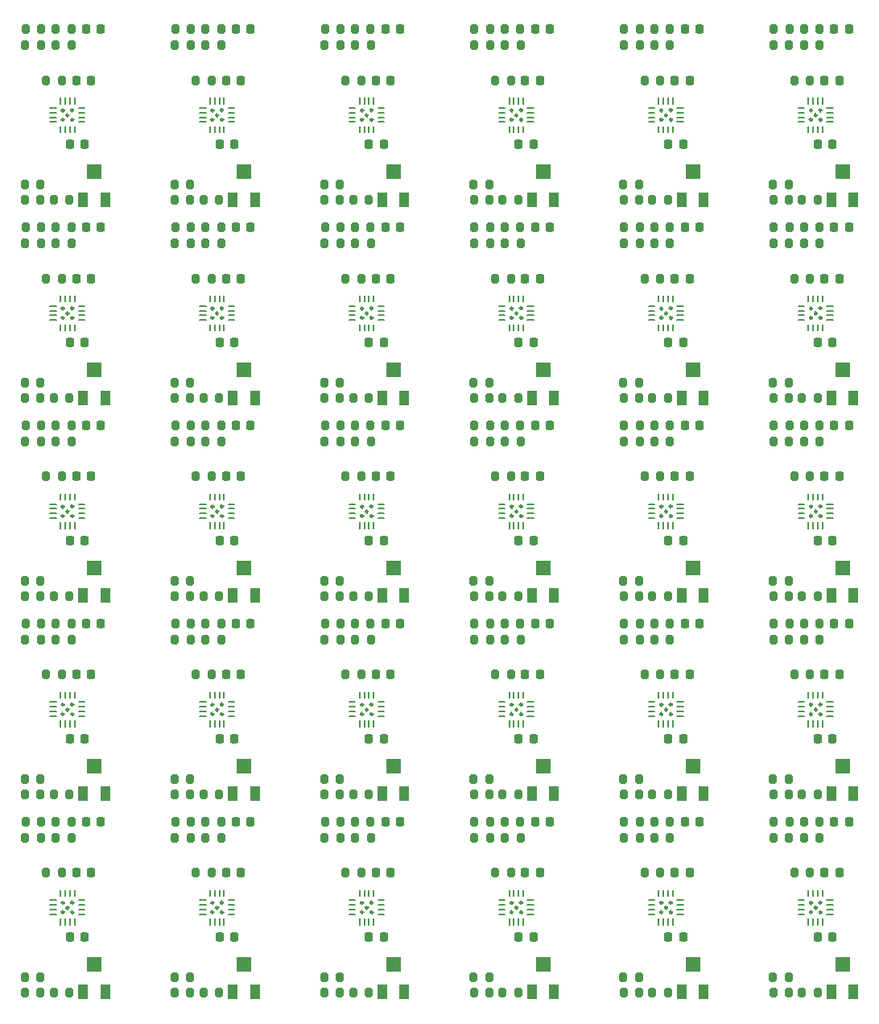
<source format=gtp>
%TF.GenerationSoftware,KiCad,Pcbnew,7.0.10*%
%TF.CreationDate,2024-02-23T15:38:17-07:00*%
%TF.ProjectId,SparkFun_Stepper_Motor_Breakout_TC78H670FTG_panelized,53706172-6b46-4756-9e5f-537465707065,rev?*%
%TF.SameCoordinates,Original*%
%TF.FileFunction,Paste,Top*%
%TF.FilePolarity,Positive*%
%FSLAX46Y46*%
G04 Gerber Fmt 4.6, Leading zero omitted, Abs format (unit mm)*
G04 Created by KiCad (PCBNEW 7.0.10) date 2024-02-23 15:38:17*
%MOMM*%
%LPD*%
G01*
G04 APERTURE LIST*
G04 Aperture macros list*
%AMRoundRect*
0 Rectangle with rounded corners*
0 $1 Rounding radius*
0 $2 $3 $4 $5 $6 $7 $8 $9 X,Y pos of 4 corners*
0 Add a 4 corners polygon primitive as box body*
4,1,4,$2,$3,$4,$5,$6,$7,$8,$9,$2,$3,0*
0 Add four circle primitives for the rounded corners*
1,1,$1+$1,$2,$3*
1,1,$1+$1,$4,$5*
1,1,$1+$1,$6,$7*
1,1,$1+$1,$8,$9*
0 Add four rect primitives between the rounded corners*
20,1,$1+$1,$2,$3,$4,$5,0*
20,1,$1+$1,$4,$5,$6,$7,0*
20,1,$1+$1,$6,$7,$8,$9,0*
20,1,$1+$1,$8,$9,$2,$3,0*%
G04 Aperture macros list end*
%ADD10C,0.200000*%
%ADD11C,0.253200*%
%ADD12RoundRect,0.200000X0.200000X0.275000X-0.200000X0.275000X-0.200000X-0.275000X0.200000X-0.275000X0*%
%ADD13RoundRect,0.225000X-0.225000X-0.250000X0.225000X-0.250000X0.225000X0.250000X-0.225000X0.250000X0*%
%ADD14RoundRect,0.200000X-0.200000X-0.275000X0.200000X-0.275000X0.200000X0.275000X-0.200000X0.275000X0*%
%ADD15R,1.090000X1.600000*%
%ADD16R,1.600000X1.600000*%
G04 APERTURE END LIST*
D10*
%TO.C,U1*%
X144310000Y-104886025D02*
X143690000Y-104886025D01*
X144310000Y-104386025D02*
X143690000Y-104386025D01*
X144310000Y-103886025D02*
X143690000Y-103886025D01*
X144310000Y-103386025D02*
X143690000Y-103386025D01*
X143250000Y-105326025D02*
X143250000Y-105946025D01*
X143250000Y-102326025D02*
X143250000Y-102946025D01*
X142750000Y-105326025D02*
X142750000Y-105946025D01*
X142750000Y-102326025D02*
X142750000Y-102946025D01*
X142250000Y-105326025D02*
X142250000Y-105946025D01*
X142250000Y-102326025D02*
X142250000Y-102946025D01*
X141750000Y-105326025D02*
X141750000Y-105946025D01*
X141750000Y-102326025D02*
X141750000Y-102946025D01*
X141310000Y-104886025D02*
X140690000Y-104886025D01*
X141310000Y-104386025D02*
X140690000Y-104386025D01*
X141310000Y-103886025D02*
X140690000Y-103886025D01*
X141310000Y-103386025D02*
X140690000Y-103386025D01*
D11*
X143146600Y-104646025D02*
G75*
G03*
X142893400Y-104646025I-126600J0D01*
G01*
X142893400Y-104646025D02*
G75*
G03*
X143146600Y-104646025I126600J0D01*
G01*
X143126600Y-103636025D02*
G75*
G03*
X142873400Y-103636025I-126600J0D01*
G01*
X142873400Y-103636025D02*
G75*
G03*
X143126600Y-103636025I126600J0D01*
G01*
X142636600Y-104176025D02*
G75*
G03*
X142383400Y-104176025I-126600J0D01*
G01*
X142383400Y-104176025D02*
G75*
G03*
X142636600Y-104176025I126600J0D01*
G01*
X142146600Y-103656025D02*
G75*
G03*
X141893400Y-103656025I-126600J0D01*
G01*
X141893400Y-103656025D02*
G75*
G03*
X142146600Y-103656025I126600J0D01*
G01*
X142136600Y-104636025D02*
G75*
G03*
X141883400Y-104636025I-126600J0D01*
G01*
X141883400Y-104636025D02*
G75*
G03*
X142136600Y-104636025I126600J0D01*
G01*
D10*
X191530000Y-84066025D02*
X190910000Y-84066025D01*
X191530000Y-83566025D02*
X190910000Y-83566025D01*
X191530000Y-83066025D02*
X190910000Y-83066025D01*
X191530000Y-82566025D02*
X190910000Y-82566025D01*
X190470000Y-84506025D02*
X190470000Y-85126025D01*
X190470000Y-81506025D02*
X190470000Y-82126025D01*
X189970000Y-84506025D02*
X189970000Y-85126025D01*
X189970000Y-81506025D02*
X189970000Y-82126025D01*
X189470000Y-84506025D02*
X189470000Y-85126025D01*
X189470000Y-81506025D02*
X189470000Y-82126025D01*
X188970000Y-84506025D02*
X188970000Y-85126025D01*
X188970000Y-81506025D02*
X188970000Y-82126025D01*
X188530000Y-84066025D02*
X187910000Y-84066025D01*
X188530000Y-83566025D02*
X187910000Y-83566025D01*
X188530000Y-83066025D02*
X187910000Y-83066025D01*
X188530000Y-82566025D02*
X187910000Y-82566025D01*
D11*
X190366600Y-83826025D02*
G75*
G03*
X190113400Y-83826025I-126600J0D01*
G01*
X190113400Y-83826025D02*
G75*
G03*
X190366600Y-83826025I126600J0D01*
G01*
X190346600Y-82816025D02*
G75*
G03*
X190093400Y-82816025I-126600J0D01*
G01*
X190093400Y-82816025D02*
G75*
G03*
X190346600Y-82816025I126600J0D01*
G01*
X189856600Y-83356025D02*
G75*
G03*
X189603400Y-83356025I-126600J0D01*
G01*
X189603400Y-83356025D02*
G75*
G03*
X189856600Y-83356025I126600J0D01*
G01*
X189366600Y-82836025D02*
G75*
G03*
X189113400Y-82836025I-126600J0D01*
G01*
X189113400Y-82836025D02*
G75*
G03*
X189366600Y-82836025I126600J0D01*
G01*
X189356600Y-83816025D02*
G75*
G03*
X189103400Y-83816025I-126600J0D01*
G01*
X189103400Y-83816025D02*
G75*
G03*
X189356600Y-83816025I126600J0D01*
G01*
D10*
X144310000Y-63246025D02*
X143690000Y-63246025D01*
X144310000Y-62746025D02*
X143690000Y-62746025D01*
X144310000Y-62246025D02*
X143690000Y-62246025D01*
X144310000Y-61746025D02*
X143690000Y-61746025D01*
X143250000Y-63686025D02*
X143250000Y-64306025D01*
X143250000Y-60686025D02*
X143250000Y-61306025D01*
X142750000Y-63686025D02*
X142750000Y-64306025D01*
X142750000Y-60686025D02*
X142750000Y-61306025D01*
X142250000Y-63686025D02*
X142250000Y-64306025D01*
X142250000Y-60686025D02*
X142250000Y-61306025D01*
X141750000Y-63686025D02*
X141750000Y-64306025D01*
X141750000Y-60686025D02*
X141750000Y-61306025D01*
X141310000Y-63246025D02*
X140690000Y-63246025D01*
X141310000Y-62746025D02*
X140690000Y-62746025D01*
X141310000Y-62246025D02*
X140690000Y-62246025D01*
X141310000Y-61746025D02*
X140690000Y-61746025D01*
D11*
X143146600Y-63006025D02*
G75*
G03*
X142893400Y-63006025I-126600J0D01*
G01*
X142893400Y-63006025D02*
G75*
G03*
X143146600Y-63006025I126600J0D01*
G01*
X143126600Y-61996025D02*
G75*
G03*
X142873400Y-61996025I-126600J0D01*
G01*
X142873400Y-61996025D02*
G75*
G03*
X143126600Y-61996025I126600J0D01*
G01*
X142636600Y-62536025D02*
G75*
G03*
X142383400Y-62536025I-126600J0D01*
G01*
X142383400Y-62536025D02*
G75*
G03*
X142636600Y-62536025I126600J0D01*
G01*
X142146600Y-62016025D02*
G75*
G03*
X141893400Y-62016025I-126600J0D01*
G01*
X141893400Y-62016025D02*
G75*
G03*
X142146600Y-62016025I126600J0D01*
G01*
X142136600Y-62996025D02*
G75*
G03*
X141883400Y-62996025I-126600J0D01*
G01*
X141883400Y-62996025D02*
G75*
G03*
X142136600Y-62996025I126600J0D01*
G01*
D10*
X160050000Y-21606025D02*
X159430000Y-21606025D01*
X160050000Y-21106025D02*
X159430000Y-21106025D01*
X160050000Y-20606025D02*
X159430000Y-20606025D01*
X160050000Y-20106025D02*
X159430000Y-20106025D01*
X158990000Y-22046025D02*
X158990000Y-22666025D01*
X158990000Y-19046025D02*
X158990000Y-19666025D01*
X158490000Y-22046025D02*
X158490000Y-22666025D01*
X158490000Y-19046025D02*
X158490000Y-19666025D01*
X157990000Y-22046025D02*
X157990000Y-22666025D01*
X157990000Y-19046025D02*
X157990000Y-19666025D01*
X157490000Y-22046025D02*
X157490000Y-22666025D01*
X157490000Y-19046025D02*
X157490000Y-19666025D01*
X157050000Y-21606025D02*
X156430000Y-21606025D01*
X157050000Y-21106025D02*
X156430000Y-21106025D01*
X157050000Y-20606025D02*
X156430000Y-20606025D01*
X157050000Y-20106025D02*
X156430000Y-20106025D01*
D11*
X158886600Y-21366025D02*
G75*
G03*
X158633400Y-21366025I-126600J0D01*
G01*
X158633400Y-21366025D02*
G75*
G03*
X158886600Y-21366025I126600J0D01*
G01*
X158866600Y-20356025D02*
G75*
G03*
X158613400Y-20356025I-126600J0D01*
G01*
X158613400Y-20356025D02*
G75*
G03*
X158866600Y-20356025I126600J0D01*
G01*
X158376600Y-20896025D02*
G75*
G03*
X158123400Y-20896025I-126600J0D01*
G01*
X158123400Y-20896025D02*
G75*
G03*
X158376600Y-20896025I126600J0D01*
G01*
X157886600Y-20376025D02*
G75*
G03*
X157633400Y-20376025I-126600J0D01*
G01*
X157633400Y-20376025D02*
G75*
G03*
X157886600Y-20376025I126600J0D01*
G01*
X157876600Y-21356025D02*
G75*
G03*
X157623400Y-21356025I-126600J0D01*
G01*
X157623400Y-21356025D02*
G75*
G03*
X157876600Y-21356025I126600J0D01*
G01*
D10*
X144310000Y-84066025D02*
X143690000Y-84066025D01*
X144310000Y-83566025D02*
X143690000Y-83566025D01*
X144310000Y-83066025D02*
X143690000Y-83066025D01*
X144310000Y-82566025D02*
X143690000Y-82566025D01*
X143250000Y-84506025D02*
X143250000Y-85126025D01*
X143250000Y-81506025D02*
X143250000Y-82126025D01*
X142750000Y-84506025D02*
X142750000Y-85126025D01*
X142750000Y-81506025D02*
X142750000Y-82126025D01*
X142250000Y-84506025D02*
X142250000Y-85126025D01*
X142250000Y-81506025D02*
X142250000Y-82126025D01*
X141750000Y-84506025D02*
X141750000Y-85126025D01*
X141750000Y-81506025D02*
X141750000Y-82126025D01*
X141310000Y-84066025D02*
X140690000Y-84066025D01*
X141310000Y-83566025D02*
X140690000Y-83566025D01*
X141310000Y-83066025D02*
X140690000Y-83066025D01*
X141310000Y-82566025D02*
X140690000Y-82566025D01*
D11*
X143146600Y-83826025D02*
G75*
G03*
X142893400Y-83826025I-126600J0D01*
G01*
X142893400Y-83826025D02*
G75*
G03*
X143146600Y-83826025I126600J0D01*
G01*
X143126600Y-82816025D02*
G75*
G03*
X142873400Y-82816025I-126600J0D01*
G01*
X142873400Y-82816025D02*
G75*
G03*
X143126600Y-82816025I126600J0D01*
G01*
X142636600Y-83356025D02*
G75*
G03*
X142383400Y-83356025I-126600J0D01*
G01*
X142383400Y-83356025D02*
G75*
G03*
X142636600Y-83356025I126600J0D01*
G01*
X142146600Y-82836025D02*
G75*
G03*
X141893400Y-82836025I-126600J0D01*
G01*
X141893400Y-82836025D02*
G75*
G03*
X142146600Y-82836025I126600J0D01*
G01*
X142136600Y-83816025D02*
G75*
G03*
X141883400Y-83816025I-126600J0D01*
G01*
X141883400Y-83816025D02*
G75*
G03*
X142136600Y-83816025I126600J0D01*
G01*
D10*
X160050000Y-42426025D02*
X159430000Y-42426025D01*
X160050000Y-41926025D02*
X159430000Y-41926025D01*
X160050000Y-41426025D02*
X159430000Y-41426025D01*
X160050000Y-40926025D02*
X159430000Y-40926025D01*
X158990000Y-42866025D02*
X158990000Y-43486025D01*
X158990000Y-39866025D02*
X158990000Y-40486025D01*
X158490000Y-42866025D02*
X158490000Y-43486025D01*
X158490000Y-39866025D02*
X158490000Y-40486025D01*
X157990000Y-42866025D02*
X157990000Y-43486025D01*
X157990000Y-39866025D02*
X157990000Y-40486025D01*
X157490000Y-42866025D02*
X157490000Y-43486025D01*
X157490000Y-39866025D02*
X157490000Y-40486025D01*
X157050000Y-42426025D02*
X156430000Y-42426025D01*
X157050000Y-41926025D02*
X156430000Y-41926025D01*
X157050000Y-41426025D02*
X156430000Y-41426025D01*
X157050000Y-40926025D02*
X156430000Y-40926025D01*
D11*
X158886600Y-42186025D02*
G75*
G03*
X158633400Y-42186025I-126600J0D01*
G01*
X158633400Y-42186025D02*
G75*
G03*
X158886600Y-42186025I126600J0D01*
G01*
X158866600Y-41176025D02*
G75*
G03*
X158613400Y-41176025I-126600J0D01*
G01*
X158613400Y-41176025D02*
G75*
G03*
X158866600Y-41176025I126600J0D01*
G01*
X158376600Y-41716025D02*
G75*
G03*
X158123400Y-41716025I-126600J0D01*
G01*
X158123400Y-41716025D02*
G75*
G03*
X158376600Y-41716025I126600J0D01*
G01*
X157886600Y-41196025D02*
G75*
G03*
X157633400Y-41196025I-126600J0D01*
G01*
X157633400Y-41196025D02*
G75*
G03*
X157886600Y-41196025I126600J0D01*
G01*
X157876600Y-42176025D02*
G75*
G03*
X157623400Y-42176025I-126600J0D01*
G01*
X157623400Y-42176025D02*
G75*
G03*
X157876600Y-42176025I126600J0D01*
G01*
D10*
X144310000Y-21606025D02*
X143690000Y-21606025D01*
X144310000Y-21106025D02*
X143690000Y-21106025D01*
X144310000Y-20606025D02*
X143690000Y-20606025D01*
X144310000Y-20106025D02*
X143690000Y-20106025D01*
X143250000Y-22046025D02*
X143250000Y-22666025D01*
X143250000Y-19046025D02*
X143250000Y-19666025D01*
X142750000Y-22046025D02*
X142750000Y-22666025D01*
X142750000Y-19046025D02*
X142750000Y-19666025D01*
X142250000Y-22046025D02*
X142250000Y-22666025D01*
X142250000Y-19046025D02*
X142250000Y-19666025D01*
X141750000Y-22046025D02*
X141750000Y-22666025D01*
X141750000Y-19046025D02*
X141750000Y-19666025D01*
X141310000Y-21606025D02*
X140690000Y-21606025D01*
X141310000Y-21106025D02*
X140690000Y-21106025D01*
X141310000Y-20606025D02*
X140690000Y-20606025D01*
X141310000Y-20106025D02*
X140690000Y-20106025D01*
D11*
X143146600Y-21366025D02*
G75*
G03*
X142893400Y-21366025I-126600J0D01*
G01*
X142893400Y-21366025D02*
G75*
G03*
X143146600Y-21366025I126600J0D01*
G01*
X143126600Y-20356025D02*
G75*
G03*
X142873400Y-20356025I-126600J0D01*
G01*
X142873400Y-20356025D02*
G75*
G03*
X143126600Y-20356025I126600J0D01*
G01*
X142636600Y-20896025D02*
G75*
G03*
X142383400Y-20896025I-126600J0D01*
G01*
X142383400Y-20896025D02*
G75*
G03*
X142636600Y-20896025I126600J0D01*
G01*
X142146600Y-20376025D02*
G75*
G03*
X141893400Y-20376025I-126600J0D01*
G01*
X141893400Y-20376025D02*
G75*
G03*
X142146600Y-20376025I126600J0D01*
G01*
X142136600Y-21356025D02*
G75*
G03*
X141883400Y-21356025I-126600J0D01*
G01*
X141883400Y-21356025D02*
G75*
G03*
X142136600Y-21356025I126600J0D01*
G01*
D10*
X160050000Y-104886025D02*
X159430000Y-104886025D01*
X160050000Y-104386025D02*
X159430000Y-104386025D01*
X160050000Y-103886025D02*
X159430000Y-103886025D01*
X160050000Y-103386025D02*
X159430000Y-103386025D01*
X158990000Y-105326025D02*
X158990000Y-105946025D01*
X158990000Y-102326025D02*
X158990000Y-102946025D01*
X158490000Y-105326025D02*
X158490000Y-105946025D01*
X158490000Y-102326025D02*
X158490000Y-102946025D01*
X157990000Y-105326025D02*
X157990000Y-105946025D01*
X157990000Y-102326025D02*
X157990000Y-102946025D01*
X157490000Y-105326025D02*
X157490000Y-105946025D01*
X157490000Y-102326025D02*
X157490000Y-102946025D01*
X157050000Y-104886025D02*
X156430000Y-104886025D01*
X157050000Y-104386025D02*
X156430000Y-104386025D01*
X157050000Y-103886025D02*
X156430000Y-103886025D01*
X157050000Y-103386025D02*
X156430000Y-103386025D01*
D11*
X158886600Y-104646025D02*
G75*
G03*
X158633400Y-104646025I-126600J0D01*
G01*
X158633400Y-104646025D02*
G75*
G03*
X158886600Y-104646025I126600J0D01*
G01*
X158866600Y-103636025D02*
G75*
G03*
X158613400Y-103636025I-126600J0D01*
G01*
X158613400Y-103636025D02*
G75*
G03*
X158866600Y-103636025I126600J0D01*
G01*
X158376600Y-104176025D02*
G75*
G03*
X158123400Y-104176025I-126600J0D01*
G01*
X158123400Y-104176025D02*
G75*
G03*
X158376600Y-104176025I126600J0D01*
G01*
X157886600Y-103656025D02*
G75*
G03*
X157633400Y-103656025I-126600J0D01*
G01*
X157633400Y-103656025D02*
G75*
G03*
X157886600Y-103656025I126600J0D01*
G01*
X157876600Y-104636025D02*
G75*
G03*
X157623400Y-104636025I-126600J0D01*
G01*
X157623400Y-104636025D02*
G75*
G03*
X157876600Y-104636025I126600J0D01*
G01*
D10*
X160050000Y-84066025D02*
X159430000Y-84066025D01*
X160050000Y-83566025D02*
X159430000Y-83566025D01*
X160050000Y-83066025D02*
X159430000Y-83066025D01*
X160050000Y-82566025D02*
X159430000Y-82566025D01*
X158990000Y-84506025D02*
X158990000Y-85126025D01*
X158990000Y-81506025D02*
X158990000Y-82126025D01*
X158490000Y-84506025D02*
X158490000Y-85126025D01*
X158490000Y-81506025D02*
X158490000Y-82126025D01*
X157990000Y-84506025D02*
X157990000Y-85126025D01*
X157990000Y-81506025D02*
X157990000Y-82126025D01*
X157490000Y-84506025D02*
X157490000Y-85126025D01*
X157490000Y-81506025D02*
X157490000Y-82126025D01*
X157050000Y-84066025D02*
X156430000Y-84066025D01*
X157050000Y-83566025D02*
X156430000Y-83566025D01*
X157050000Y-83066025D02*
X156430000Y-83066025D01*
X157050000Y-82566025D02*
X156430000Y-82566025D01*
D11*
X158886600Y-83826025D02*
G75*
G03*
X158633400Y-83826025I-126600J0D01*
G01*
X158633400Y-83826025D02*
G75*
G03*
X158886600Y-83826025I126600J0D01*
G01*
X158866600Y-82816025D02*
G75*
G03*
X158613400Y-82816025I-126600J0D01*
G01*
X158613400Y-82816025D02*
G75*
G03*
X158866600Y-82816025I126600J0D01*
G01*
X158376600Y-83356025D02*
G75*
G03*
X158123400Y-83356025I-126600J0D01*
G01*
X158123400Y-83356025D02*
G75*
G03*
X158376600Y-83356025I126600J0D01*
G01*
X157886600Y-82836025D02*
G75*
G03*
X157633400Y-82836025I-126600J0D01*
G01*
X157633400Y-82836025D02*
G75*
G03*
X157886600Y-82836025I126600J0D01*
G01*
X157876600Y-83816025D02*
G75*
G03*
X157623400Y-83816025I-126600J0D01*
G01*
X157623400Y-83816025D02*
G75*
G03*
X157876600Y-83816025I126600J0D01*
G01*
D10*
X175790000Y-104886025D02*
X175170000Y-104886025D01*
X175790000Y-104386025D02*
X175170000Y-104386025D01*
X175790000Y-103886025D02*
X175170000Y-103886025D01*
X175790000Y-103386025D02*
X175170000Y-103386025D01*
X174730000Y-105326025D02*
X174730000Y-105946025D01*
X174730000Y-102326025D02*
X174730000Y-102946025D01*
X174230000Y-105326025D02*
X174230000Y-105946025D01*
X174230000Y-102326025D02*
X174230000Y-102946025D01*
X173730000Y-105326025D02*
X173730000Y-105946025D01*
X173730000Y-102326025D02*
X173730000Y-102946025D01*
X173230000Y-105326025D02*
X173230000Y-105946025D01*
X173230000Y-102326025D02*
X173230000Y-102946025D01*
X172790000Y-104886025D02*
X172170000Y-104886025D01*
X172790000Y-104386025D02*
X172170000Y-104386025D01*
X172790000Y-103886025D02*
X172170000Y-103886025D01*
X172790000Y-103386025D02*
X172170000Y-103386025D01*
D11*
X174626600Y-104646025D02*
G75*
G03*
X174373400Y-104646025I-126600J0D01*
G01*
X174373400Y-104646025D02*
G75*
G03*
X174626600Y-104646025I126600J0D01*
G01*
X174606600Y-103636025D02*
G75*
G03*
X174353400Y-103636025I-126600J0D01*
G01*
X174353400Y-103636025D02*
G75*
G03*
X174606600Y-103636025I126600J0D01*
G01*
X174116600Y-104176025D02*
G75*
G03*
X173863400Y-104176025I-126600J0D01*
G01*
X173863400Y-104176025D02*
G75*
G03*
X174116600Y-104176025I126600J0D01*
G01*
X173626600Y-103656025D02*
G75*
G03*
X173373400Y-103656025I-126600J0D01*
G01*
X173373400Y-103656025D02*
G75*
G03*
X173626600Y-103656025I126600J0D01*
G01*
X173616600Y-104636025D02*
G75*
G03*
X173363400Y-104636025I-126600J0D01*
G01*
X173363400Y-104636025D02*
G75*
G03*
X173616600Y-104636025I126600J0D01*
G01*
D10*
X175790000Y-84066025D02*
X175170000Y-84066025D01*
X175790000Y-83566025D02*
X175170000Y-83566025D01*
X175790000Y-83066025D02*
X175170000Y-83066025D01*
X175790000Y-82566025D02*
X175170000Y-82566025D01*
X174730000Y-84506025D02*
X174730000Y-85126025D01*
X174730000Y-81506025D02*
X174730000Y-82126025D01*
X174230000Y-84506025D02*
X174230000Y-85126025D01*
X174230000Y-81506025D02*
X174230000Y-82126025D01*
X173730000Y-84506025D02*
X173730000Y-85126025D01*
X173730000Y-81506025D02*
X173730000Y-82126025D01*
X173230000Y-84506025D02*
X173230000Y-85126025D01*
X173230000Y-81506025D02*
X173230000Y-82126025D01*
X172790000Y-84066025D02*
X172170000Y-84066025D01*
X172790000Y-83566025D02*
X172170000Y-83566025D01*
X172790000Y-83066025D02*
X172170000Y-83066025D01*
X172790000Y-82566025D02*
X172170000Y-82566025D01*
D11*
X174626600Y-83826025D02*
G75*
G03*
X174373400Y-83826025I-126600J0D01*
G01*
X174373400Y-83826025D02*
G75*
G03*
X174626600Y-83826025I126600J0D01*
G01*
X174606600Y-82816025D02*
G75*
G03*
X174353400Y-82816025I-126600J0D01*
G01*
X174353400Y-82816025D02*
G75*
G03*
X174606600Y-82816025I126600J0D01*
G01*
X174116600Y-83356025D02*
G75*
G03*
X173863400Y-83356025I-126600J0D01*
G01*
X173863400Y-83356025D02*
G75*
G03*
X174116600Y-83356025I126600J0D01*
G01*
X173626600Y-82836025D02*
G75*
G03*
X173373400Y-82836025I-126600J0D01*
G01*
X173373400Y-82836025D02*
G75*
G03*
X173626600Y-82836025I126600J0D01*
G01*
X173616600Y-83816025D02*
G75*
G03*
X173363400Y-83816025I-126600J0D01*
G01*
X173363400Y-83816025D02*
G75*
G03*
X173616600Y-83816025I126600J0D01*
G01*
D10*
X144310000Y-42426025D02*
X143690000Y-42426025D01*
X144310000Y-41926025D02*
X143690000Y-41926025D01*
X144310000Y-41426025D02*
X143690000Y-41426025D01*
X144310000Y-40926025D02*
X143690000Y-40926025D01*
X143250000Y-42866025D02*
X143250000Y-43486025D01*
X143250000Y-39866025D02*
X143250000Y-40486025D01*
X142750000Y-42866025D02*
X142750000Y-43486025D01*
X142750000Y-39866025D02*
X142750000Y-40486025D01*
X142250000Y-42866025D02*
X142250000Y-43486025D01*
X142250000Y-39866025D02*
X142250000Y-40486025D01*
X141750000Y-42866025D02*
X141750000Y-43486025D01*
X141750000Y-39866025D02*
X141750000Y-40486025D01*
X141310000Y-42426025D02*
X140690000Y-42426025D01*
X141310000Y-41926025D02*
X140690000Y-41926025D01*
X141310000Y-41426025D02*
X140690000Y-41426025D01*
X141310000Y-40926025D02*
X140690000Y-40926025D01*
D11*
X143146600Y-42186025D02*
G75*
G03*
X142893400Y-42186025I-126600J0D01*
G01*
X142893400Y-42186025D02*
G75*
G03*
X143146600Y-42186025I126600J0D01*
G01*
X143126600Y-41176025D02*
G75*
G03*
X142873400Y-41176025I-126600J0D01*
G01*
X142873400Y-41176025D02*
G75*
G03*
X143126600Y-41176025I126600J0D01*
G01*
X142636600Y-41716025D02*
G75*
G03*
X142383400Y-41716025I-126600J0D01*
G01*
X142383400Y-41716025D02*
G75*
G03*
X142636600Y-41716025I126600J0D01*
G01*
X142146600Y-41196025D02*
G75*
G03*
X141893400Y-41196025I-126600J0D01*
G01*
X141893400Y-41196025D02*
G75*
G03*
X142146600Y-41196025I126600J0D01*
G01*
X142136600Y-42176025D02*
G75*
G03*
X141883400Y-42176025I-126600J0D01*
G01*
X141883400Y-42176025D02*
G75*
G03*
X142136600Y-42176025I126600J0D01*
G01*
D10*
X175790000Y-63246025D02*
X175170000Y-63246025D01*
X175790000Y-62746025D02*
X175170000Y-62746025D01*
X175790000Y-62246025D02*
X175170000Y-62246025D01*
X175790000Y-61746025D02*
X175170000Y-61746025D01*
X174730000Y-63686025D02*
X174730000Y-64306025D01*
X174730000Y-60686025D02*
X174730000Y-61306025D01*
X174230000Y-63686025D02*
X174230000Y-64306025D01*
X174230000Y-60686025D02*
X174230000Y-61306025D01*
X173730000Y-63686025D02*
X173730000Y-64306025D01*
X173730000Y-60686025D02*
X173730000Y-61306025D01*
X173230000Y-63686025D02*
X173230000Y-64306025D01*
X173230000Y-60686025D02*
X173230000Y-61306025D01*
X172790000Y-63246025D02*
X172170000Y-63246025D01*
X172790000Y-62746025D02*
X172170000Y-62746025D01*
X172790000Y-62246025D02*
X172170000Y-62246025D01*
X172790000Y-61746025D02*
X172170000Y-61746025D01*
D11*
X174626600Y-63006025D02*
G75*
G03*
X174373400Y-63006025I-126600J0D01*
G01*
X174373400Y-63006025D02*
G75*
G03*
X174626600Y-63006025I126600J0D01*
G01*
X174606600Y-61996025D02*
G75*
G03*
X174353400Y-61996025I-126600J0D01*
G01*
X174353400Y-61996025D02*
G75*
G03*
X174606600Y-61996025I126600J0D01*
G01*
X174116600Y-62536025D02*
G75*
G03*
X173863400Y-62536025I-126600J0D01*
G01*
X173863400Y-62536025D02*
G75*
G03*
X174116600Y-62536025I126600J0D01*
G01*
X173626600Y-62016025D02*
G75*
G03*
X173373400Y-62016025I-126600J0D01*
G01*
X173373400Y-62016025D02*
G75*
G03*
X173626600Y-62016025I126600J0D01*
G01*
X173616600Y-62996025D02*
G75*
G03*
X173363400Y-62996025I-126600J0D01*
G01*
X173363400Y-62996025D02*
G75*
G03*
X173616600Y-62996025I126600J0D01*
G01*
D10*
X175790000Y-42426025D02*
X175170000Y-42426025D01*
X175790000Y-41926025D02*
X175170000Y-41926025D01*
X175790000Y-41426025D02*
X175170000Y-41426025D01*
X175790000Y-40926025D02*
X175170000Y-40926025D01*
X174730000Y-42866025D02*
X174730000Y-43486025D01*
X174730000Y-39866025D02*
X174730000Y-40486025D01*
X174230000Y-42866025D02*
X174230000Y-43486025D01*
X174230000Y-39866025D02*
X174230000Y-40486025D01*
X173730000Y-42866025D02*
X173730000Y-43486025D01*
X173730000Y-39866025D02*
X173730000Y-40486025D01*
X173230000Y-42866025D02*
X173230000Y-43486025D01*
X173230000Y-39866025D02*
X173230000Y-40486025D01*
X172790000Y-42426025D02*
X172170000Y-42426025D01*
X172790000Y-41926025D02*
X172170000Y-41926025D01*
X172790000Y-41426025D02*
X172170000Y-41426025D01*
X172790000Y-40926025D02*
X172170000Y-40926025D01*
D11*
X174626600Y-42186025D02*
G75*
G03*
X174373400Y-42186025I-126600J0D01*
G01*
X174373400Y-42186025D02*
G75*
G03*
X174626600Y-42186025I126600J0D01*
G01*
X174606600Y-41176025D02*
G75*
G03*
X174353400Y-41176025I-126600J0D01*
G01*
X174353400Y-41176025D02*
G75*
G03*
X174606600Y-41176025I126600J0D01*
G01*
X174116600Y-41716025D02*
G75*
G03*
X173863400Y-41716025I-126600J0D01*
G01*
X173863400Y-41716025D02*
G75*
G03*
X174116600Y-41716025I126600J0D01*
G01*
X173626600Y-41196025D02*
G75*
G03*
X173373400Y-41196025I-126600J0D01*
G01*
X173373400Y-41196025D02*
G75*
G03*
X173626600Y-41196025I126600J0D01*
G01*
X173616600Y-42176025D02*
G75*
G03*
X173363400Y-42176025I-126600J0D01*
G01*
X173363400Y-42176025D02*
G75*
G03*
X173616600Y-42176025I126600J0D01*
G01*
D10*
X191530000Y-104886025D02*
X190910000Y-104886025D01*
X191530000Y-104386025D02*
X190910000Y-104386025D01*
X191530000Y-103886025D02*
X190910000Y-103886025D01*
X191530000Y-103386025D02*
X190910000Y-103386025D01*
X190470000Y-105326025D02*
X190470000Y-105946025D01*
X190470000Y-102326025D02*
X190470000Y-102946025D01*
X189970000Y-105326025D02*
X189970000Y-105946025D01*
X189970000Y-102326025D02*
X189970000Y-102946025D01*
X189470000Y-105326025D02*
X189470000Y-105946025D01*
X189470000Y-102326025D02*
X189470000Y-102946025D01*
X188970000Y-105326025D02*
X188970000Y-105946025D01*
X188970000Y-102326025D02*
X188970000Y-102946025D01*
X188530000Y-104886025D02*
X187910000Y-104886025D01*
X188530000Y-104386025D02*
X187910000Y-104386025D01*
X188530000Y-103886025D02*
X187910000Y-103886025D01*
X188530000Y-103386025D02*
X187910000Y-103386025D01*
D11*
X190366600Y-104646025D02*
G75*
G03*
X190113400Y-104646025I-126600J0D01*
G01*
X190113400Y-104646025D02*
G75*
G03*
X190366600Y-104646025I126600J0D01*
G01*
X190346600Y-103636025D02*
G75*
G03*
X190093400Y-103636025I-126600J0D01*
G01*
X190093400Y-103636025D02*
G75*
G03*
X190346600Y-103636025I126600J0D01*
G01*
X189856600Y-104176025D02*
G75*
G03*
X189603400Y-104176025I-126600J0D01*
G01*
X189603400Y-104176025D02*
G75*
G03*
X189856600Y-104176025I126600J0D01*
G01*
X189366600Y-103656025D02*
G75*
G03*
X189113400Y-103656025I-126600J0D01*
G01*
X189113400Y-103656025D02*
G75*
G03*
X189366600Y-103656025I126600J0D01*
G01*
X189356600Y-104636025D02*
G75*
G03*
X189103400Y-104636025I-126600J0D01*
G01*
X189103400Y-104636025D02*
G75*
G03*
X189356600Y-104636025I126600J0D01*
G01*
D10*
X160050000Y-63246025D02*
X159430000Y-63246025D01*
X160050000Y-62746025D02*
X159430000Y-62746025D01*
X160050000Y-62246025D02*
X159430000Y-62246025D01*
X160050000Y-61746025D02*
X159430000Y-61746025D01*
X158990000Y-63686025D02*
X158990000Y-64306025D01*
X158990000Y-60686025D02*
X158990000Y-61306025D01*
X158490000Y-63686025D02*
X158490000Y-64306025D01*
X158490000Y-60686025D02*
X158490000Y-61306025D01*
X157990000Y-63686025D02*
X157990000Y-64306025D01*
X157990000Y-60686025D02*
X157990000Y-61306025D01*
X157490000Y-63686025D02*
X157490000Y-64306025D01*
X157490000Y-60686025D02*
X157490000Y-61306025D01*
X157050000Y-63246025D02*
X156430000Y-63246025D01*
X157050000Y-62746025D02*
X156430000Y-62746025D01*
X157050000Y-62246025D02*
X156430000Y-62246025D01*
X157050000Y-61746025D02*
X156430000Y-61746025D01*
D11*
X158886600Y-63006025D02*
G75*
G03*
X158633400Y-63006025I-126600J0D01*
G01*
X158633400Y-63006025D02*
G75*
G03*
X158886600Y-63006025I126600J0D01*
G01*
X158866600Y-61996025D02*
G75*
G03*
X158613400Y-61996025I-126600J0D01*
G01*
X158613400Y-61996025D02*
G75*
G03*
X158866600Y-61996025I126600J0D01*
G01*
X158376600Y-62536025D02*
G75*
G03*
X158123400Y-62536025I-126600J0D01*
G01*
X158123400Y-62536025D02*
G75*
G03*
X158376600Y-62536025I126600J0D01*
G01*
X157886600Y-62016025D02*
G75*
G03*
X157633400Y-62016025I-126600J0D01*
G01*
X157633400Y-62016025D02*
G75*
G03*
X157886600Y-62016025I126600J0D01*
G01*
X157876600Y-62996025D02*
G75*
G03*
X157623400Y-62996025I-126600J0D01*
G01*
X157623400Y-62996025D02*
G75*
G03*
X157876600Y-62996025I126600J0D01*
G01*
D10*
X175790000Y-21606025D02*
X175170000Y-21606025D01*
X175790000Y-21106025D02*
X175170000Y-21106025D01*
X175790000Y-20606025D02*
X175170000Y-20606025D01*
X175790000Y-20106025D02*
X175170000Y-20106025D01*
X174730000Y-22046025D02*
X174730000Y-22666025D01*
X174730000Y-19046025D02*
X174730000Y-19666025D01*
X174230000Y-22046025D02*
X174230000Y-22666025D01*
X174230000Y-19046025D02*
X174230000Y-19666025D01*
X173730000Y-22046025D02*
X173730000Y-22666025D01*
X173730000Y-19046025D02*
X173730000Y-19666025D01*
X173230000Y-22046025D02*
X173230000Y-22666025D01*
X173230000Y-19046025D02*
X173230000Y-19666025D01*
X172790000Y-21606025D02*
X172170000Y-21606025D01*
X172790000Y-21106025D02*
X172170000Y-21106025D01*
X172790000Y-20606025D02*
X172170000Y-20606025D01*
X172790000Y-20106025D02*
X172170000Y-20106025D01*
D11*
X174626600Y-21366025D02*
G75*
G03*
X174373400Y-21366025I-126600J0D01*
G01*
X174373400Y-21366025D02*
G75*
G03*
X174626600Y-21366025I126600J0D01*
G01*
X174606600Y-20356025D02*
G75*
G03*
X174353400Y-20356025I-126600J0D01*
G01*
X174353400Y-20356025D02*
G75*
G03*
X174606600Y-20356025I126600J0D01*
G01*
X174116600Y-20896025D02*
G75*
G03*
X173863400Y-20896025I-126600J0D01*
G01*
X173863400Y-20896025D02*
G75*
G03*
X174116600Y-20896025I126600J0D01*
G01*
X173626600Y-20376025D02*
G75*
G03*
X173373400Y-20376025I-126600J0D01*
G01*
X173373400Y-20376025D02*
G75*
G03*
X173626600Y-20376025I126600J0D01*
G01*
X173616600Y-21356025D02*
G75*
G03*
X173363400Y-21356025I-126600J0D01*
G01*
X173363400Y-21356025D02*
G75*
G03*
X173616600Y-21356025I126600J0D01*
G01*
D10*
X207270000Y-63246025D02*
X206650000Y-63246025D01*
X207270000Y-62746025D02*
X206650000Y-62746025D01*
X207270000Y-62246025D02*
X206650000Y-62246025D01*
X207270000Y-61746025D02*
X206650000Y-61746025D01*
X206210000Y-63686025D02*
X206210000Y-64306025D01*
X206210000Y-60686025D02*
X206210000Y-61306025D01*
X205710000Y-63686025D02*
X205710000Y-64306025D01*
X205710000Y-60686025D02*
X205710000Y-61306025D01*
X205210000Y-63686025D02*
X205210000Y-64306025D01*
X205210000Y-60686025D02*
X205210000Y-61306025D01*
X204710000Y-63686025D02*
X204710000Y-64306025D01*
X204710000Y-60686025D02*
X204710000Y-61306025D01*
X204270000Y-63246025D02*
X203650000Y-63246025D01*
X204270000Y-62746025D02*
X203650000Y-62746025D01*
X204270000Y-62246025D02*
X203650000Y-62246025D01*
X204270000Y-61746025D02*
X203650000Y-61746025D01*
D11*
X206106600Y-63006025D02*
G75*
G03*
X205853400Y-63006025I-126600J0D01*
G01*
X205853400Y-63006025D02*
G75*
G03*
X206106600Y-63006025I126600J0D01*
G01*
X206086600Y-61996025D02*
G75*
G03*
X205833400Y-61996025I-126600J0D01*
G01*
X205833400Y-61996025D02*
G75*
G03*
X206086600Y-61996025I126600J0D01*
G01*
X205596600Y-62536025D02*
G75*
G03*
X205343400Y-62536025I-126600J0D01*
G01*
X205343400Y-62536025D02*
G75*
G03*
X205596600Y-62536025I126600J0D01*
G01*
X205106600Y-62016025D02*
G75*
G03*
X204853400Y-62016025I-126600J0D01*
G01*
X204853400Y-62016025D02*
G75*
G03*
X205106600Y-62016025I126600J0D01*
G01*
X205096600Y-62996025D02*
G75*
G03*
X204843400Y-62996025I-126600J0D01*
G01*
X204843400Y-62996025D02*
G75*
G03*
X205096600Y-62996025I126600J0D01*
G01*
D10*
X191530000Y-63246025D02*
X190910000Y-63246025D01*
X191530000Y-62746025D02*
X190910000Y-62746025D01*
X191530000Y-62246025D02*
X190910000Y-62246025D01*
X191530000Y-61746025D02*
X190910000Y-61746025D01*
X190470000Y-63686025D02*
X190470000Y-64306025D01*
X190470000Y-60686025D02*
X190470000Y-61306025D01*
X189970000Y-63686025D02*
X189970000Y-64306025D01*
X189970000Y-60686025D02*
X189970000Y-61306025D01*
X189470000Y-63686025D02*
X189470000Y-64306025D01*
X189470000Y-60686025D02*
X189470000Y-61306025D01*
X188970000Y-63686025D02*
X188970000Y-64306025D01*
X188970000Y-60686025D02*
X188970000Y-61306025D01*
X188530000Y-63246025D02*
X187910000Y-63246025D01*
X188530000Y-62746025D02*
X187910000Y-62746025D01*
X188530000Y-62246025D02*
X187910000Y-62246025D01*
X188530000Y-61746025D02*
X187910000Y-61746025D01*
D11*
X190366600Y-63006025D02*
G75*
G03*
X190113400Y-63006025I-126600J0D01*
G01*
X190113400Y-63006025D02*
G75*
G03*
X190366600Y-63006025I126600J0D01*
G01*
X190346600Y-61996025D02*
G75*
G03*
X190093400Y-61996025I-126600J0D01*
G01*
X190093400Y-61996025D02*
G75*
G03*
X190346600Y-61996025I126600J0D01*
G01*
X189856600Y-62536025D02*
G75*
G03*
X189603400Y-62536025I-126600J0D01*
G01*
X189603400Y-62536025D02*
G75*
G03*
X189856600Y-62536025I126600J0D01*
G01*
X189366600Y-62016025D02*
G75*
G03*
X189113400Y-62016025I-126600J0D01*
G01*
X189113400Y-62016025D02*
G75*
G03*
X189366600Y-62016025I126600J0D01*
G01*
X189356600Y-62996025D02*
G75*
G03*
X189103400Y-62996025I-126600J0D01*
G01*
X189103400Y-62996025D02*
G75*
G03*
X189356600Y-62996025I126600J0D01*
G01*
D10*
X191530000Y-42426025D02*
X190910000Y-42426025D01*
X191530000Y-41926025D02*
X190910000Y-41926025D01*
X191530000Y-41426025D02*
X190910000Y-41426025D01*
X191530000Y-40926025D02*
X190910000Y-40926025D01*
X190470000Y-42866025D02*
X190470000Y-43486025D01*
X190470000Y-39866025D02*
X190470000Y-40486025D01*
X189970000Y-42866025D02*
X189970000Y-43486025D01*
X189970000Y-39866025D02*
X189970000Y-40486025D01*
X189470000Y-42866025D02*
X189470000Y-43486025D01*
X189470000Y-39866025D02*
X189470000Y-40486025D01*
X188970000Y-42866025D02*
X188970000Y-43486025D01*
X188970000Y-39866025D02*
X188970000Y-40486025D01*
X188530000Y-42426025D02*
X187910000Y-42426025D01*
X188530000Y-41926025D02*
X187910000Y-41926025D01*
X188530000Y-41426025D02*
X187910000Y-41426025D01*
X188530000Y-40926025D02*
X187910000Y-40926025D01*
D11*
X190366600Y-42186025D02*
G75*
G03*
X190113400Y-42186025I-126600J0D01*
G01*
X190113400Y-42186025D02*
G75*
G03*
X190366600Y-42186025I126600J0D01*
G01*
X190346600Y-41176025D02*
G75*
G03*
X190093400Y-41176025I-126600J0D01*
G01*
X190093400Y-41176025D02*
G75*
G03*
X190346600Y-41176025I126600J0D01*
G01*
X189856600Y-41716025D02*
G75*
G03*
X189603400Y-41716025I-126600J0D01*
G01*
X189603400Y-41716025D02*
G75*
G03*
X189856600Y-41716025I126600J0D01*
G01*
X189366600Y-41196025D02*
G75*
G03*
X189113400Y-41196025I-126600J0D01*
G01*
X189113400Y-41196025D02*
G75*
G03*
X189366600Y-41196025I126600J0D01*
G01*
X189356600Y-42176025D02*
G75*
G03*
X189103400Y-42176025I-126600J0D01*
G01*
X189103400Y-42176025D02*
G75*
G03*
X189356600Y-42176025I126600J0D01*
G01*
D10*
X223010000Y-63246025D02*
X222390000Y-63246025D01*
X223010000Y-62746025D02*
X222390000Y-62746025D01*
X223010000Y-62246025D02*
X222390000Y-62246025D01*
X223010000Y-61746025D02*
X222390000Y-61746025D01*
X221950000Y-63686025D02*
X221950000Y-64306025D01*
X221950000Y-60686025D02*
X221950000Y-61306025D01*
X221450000Y-63686025D02*
X221450000Y-64306025D01*
X221450000Y-60686025D02*
X221450000Y-61306025D01*
X220950000Y-63686025D02*
X220950000Y-64306025D01*
X220950000Y-60686025D02*
X220950000Y-61306025D01*
X220450000Y-63686025D02*
X220450000Y-64306025D01*
X220450000Y-60686025D02*
X220450000Y-61306025D01*
X220010000Y-63246025D02*
X219390000Y-63246025D01*
X220010000Y-62746025D02*
X219390000Y-62746025D01*
X220010000Y-62246025D02*
X219390000Y-62246025D01*
X220010000Y-61746025D02*
X219390000Y-61746025D01*
D11*
X221846600Y-63006025D02*
G75*
G03*
X221593400Y-63006025I-126600J0D01*
G01*
X221593400Y-63006025D02*
G75*
G03*
X221846600Y-63006025I126600J0D01*
G01*
X221826600Y-61996025D02*
G75*
G03*
X221573400Y-61996025I-126600J0D01*
G01*
X221573400Y-61996025D02*
G75*
G03*
X221826600Y-61996025I126600J0D01*
G01*
X221336600Y-62536025D02*
G75*
G03*
X221083400Y-62536025I-126600J0D01*
G01*
X221083400Y-62536025D02*
G75*
G03*
X221336600Y-62536025I126600J0D01*
G01*
X220846600Y-62016025D02*
G75*
G03*
X220593400Y-62016025I-126600J0D01*
G01*
X220593400Y-62016025D02*
G75*
G03*
X220846600Y-62016025I126600J0D01*
G01*
X220836600Y-62996025D02*
G75*
G03*
X220583400Y-62996025I-126600J0D01*
G01*
X220583400Y-62996025D02*
G75*
G03*
X220836600Y-62996025I126600J0D01*
G01*
D10*
X191530000Y-21606025D02*
X190910000Y-21606025D01*
X191530000Y-21106025D02*
X190910000Y-21106025D01*
X191530000Y-20606025D02*
X190910000Y-20606025D01*
X191530000Y-20106025D02*
X190910000Y-20106025D01*
X190470000Y-22046025D02*
X190470000Y-22666025D01*
X190470000Y-19046025D02*
X190470000Y-19666025D01*
X189970000Y-22046025D02*
X189970000Y-22666025D01*
X189970000Y-19046025D02*
X189970000Y-19666025D01*
X189470000Y-22046025D02*
X189470000Y-22666025D01*
X189470000Y-19046025D02*
X189470000Y-19666025D01*
X188970000Y-22046025D02*
X188970000Y-22666025D01*
X188970000Y-19046025D02*
X188970000Y-19666025D01*
X188530000Y-21606025D02*
X187910000Y-21606025D01*
X188530000Y-21106025D02*
X187910000Y-21106025D01*
X188530000Y-20606025D02*
X187910000Y-20606025D01*
X188530000Y-20106025D02*
X187910000Y-20106025D01*
D11*
X190366600Y-21366025D02*
G75*
G03*
X190113400Y-21366025I-126600J0D01*
G01*
X190113400Y-21366025D02*
G75*
G03*
X190366600Y-21366025I126600J0D01*
G01*
X190346600Y-20356025D02*
G75*
G03*
X190093400Y-20356025I-126600J0D01*
G01*
X190093400Y-20356025D02*
G75*
G03*
X190346600Y-20356025I126600J0D01*
G01*
X189856600Y-20896025D02*
G75*
G03*
X189603400Y-20896025I-126600J0D01*
G01*
X189603400Y-20896025D02*
G75*
G03*
X189856600Y-20896025I126600J0D01*
G01*
X189366600Y-20376025D02*
G75*
G03*
X189113400Y-20376025I-126600J0D01*
G01*
X189113400Y-20376025D02*
G75*
G03*
X189366600Y-20376025I126600J0D01*
G01*
X189356600Y-21356025D02*
G75*
G03*
X189103400Y-21356025I-126600J0D01*
G01*
X189103400Y-21356025D02*
G75*
G03*
X189356600Y-21356025I126600J0D01*
G01*
D10*
X223010000Y-21606025D02*
X222390000Y-21606025D01*
X223010000Y-21106025D02*
X222390000Y-21106025D01*
X223010000Y-20606025D02*
X222390000Y-20606025D01*
X223010000Y-20106025D02*
X222390000Y-20106025D01*
X221950000Y-22046025D02*
X221950000Y-22666025D01*
X221950000Y-19046025D02*
X221950000Y-19666025D01*
X221450000Y-22046025D02*
X221450000Y-22666025D01*
X221450000Y-19046025D02*
X221450000Y-19666025D01*
X220950000Y-22046025D02*
X220950000Y-22666025D01*
X220950000Y-19046025D02*
X220950000Y-19666025D01*
X220450000Y-22046025D02*
X220450000Y-22666025D01*
X220450000Y-19046025D02*
X220450000Y-19666025D01*
X220010000Y-21606025D02*
X219390000Y-21606025D01*
X220010000Y-21106025D02*
X219390000Y-21106025D01*
X220010000Y-20606025D02*
X219390000Y-20606025D01*
X220010000Y-20106025D02*
X219390000Y-20106025D01*
D11*
X221846600Y-21366025D02*
G75*
G03*
X221593400Y-21366025I-126600J0D01*
G01*
X221593400Y-21366025D02*
G75*
G03*
X221846600Y-21366025I126600J0D01*
G01*
X221826600Y-20356025D02*
G75*
G03*
X221573400Y-20356025I-126600J0D01*
G01*
X221573400Y-20356025D02*
G75*
G03*
X221826600Y-20356025I126600J0D01*
G01*
X221336600Y-20896025D02*
G75*
G03*
X221083400Y-20896025I-126600J0D01*
G01*
X221083400Y-20896025D02*
G75*
G03*
X221336600Y-20896025I126600J0D01*
G01*
X220846600Y-20376025D02*
G75*
G03*
X220593400Y-20376025I-126600J0D01*
G01*
X220593400Y-20376025D02*
G75*
G03*
X220846600Y-20376025I126600J0D01*
G01*
X220836600Y-21356025D02*
G75*
G03*
X220583400Y-21356025I-126600J0D01*
G01*
X220583400Y-21356025D02*
G75*
G03*
X220836600Y-21356025I126600J0D01*
G01*
D10*
X223010000Y-104886025D02*
X222390000Y-104886025D01*
X223010000Y-104386025D02*
X222390000Y-104386025D01*
X223010000Y-103886025D02*
X222390000Y-103886025D01*
X223010000Y-103386025D02*
X222390000Y-103386025D01*
X221950000Y-105326025D02*
X221950000Y-105946025D01*
X221950000Y-102326025D02*
X221950000Y-102946025D01*
X221450000Y-105326025D02*
X221450000Y-105946025D01*
X221450000Y-102326025D02*
X221450000Y-102946025D01*
X220950000Y-105326025D02*
X220950000Y-105946025D01*
X220950000Y-102326025D02*
X220950000Y-102946025D01*
X220450000Y-105326025D02*
X220450000Y-105946025D01*
X220450000Y-102326025D02*
X220450000Y-102946025D01*
X220010000Y-104886025D02*
X219390000Y-104886025D01*
X220010000Y-104386025D02*
X219390000Y-104386025D01*
X220010000Y-103886025D02*
X219390000Y-103886025D01*
X220010000Y-103386025D02*
X219390000Y-103386025D01*
D11*
X221846600Y-104646025D02*
G75*
G03*
X221593400Y-104646025I-126600J0D01*
G01*
X221593400Y-104646025D02*
G75*
G03*
X221846600Y-104646025I126600J0D01*
G01*
X221826600Y-103636025D02*
G75*
G03*
X221573400Y-103636025I-126600J0D01*
G01*
X221573400Y-103636025D02*
G75*
G03*
X221826600Y-103636025I126600J0D01*
G01*
X221336600Y-104176025D02*
G75*
G03*
X221083400Y-104176025I-126600J0D01*
G01*
X221083400Y-104176025D02*
G75*
G03*
X221336600Y-104176025I126600J0D01*
G01*
X220846600Y-103656025D02*
G75*
G03*
X220593400Y-103656025I-126600J0D01*
G01*
X220593400Y-103656025D02*
G75*
G03*
X220846600Y-103656025I126600J0D01*
G01*
X220836600Y-104636025D02*
G75*
G03*
X220583400Y-104636025I-126600J0D01*
G01*
X220583400Y-104636025D02*
G75*
G03*
X220836600Y-104636025I126600J0D01*
G01*
D10*
X223010000Y-42426025D02*
X222390000Y-42426025D01*
X223010000Y-41926025D02*
X222390000Y-41926025D01*
X223010000Y-41426025D02*
X222390000Y-41426025D01*
X223010000Y-40926025D02*
X222390000Y-40926025D01*
X221950000Y-42866025D02*
X221950000Y-43486025D01*
X221950000Y-39866025D02*
X221950000Y-40486025D01*
X221450000Y-42866025D02*
X221450000Y-43486025D01*
X221450000Y-39866025D02*
X221450000Y-40486025D01*
X220950000Y-42866025D02*
X220950000Y-43486025D01*
X220950000Y-39866025D02*
X220950000Y-40486025D01*
X220450000Y-42866025D02*
X220450000Y-43486025D01*
X220450000Y-39866025D02*
X220450000Y-40486025D01*
X220010000Y-42426025D02*
X219390000Y-42426025D01*
X220010000Y-41926025D02*
X219390000Y-41926025D01*
X220010000Y-41426025D02*
X219390000Y-41426025D01*
X220010000Y-40926025D02*
X219390000Y-40926025D01*
D11*
X221846600Y-42186025D02*
G75*
G03*
X221593400Y-42186025I-126600J0D01*
G01*
X221593400Y-42186025D02*
G75*
G03*
X221846600Y-42186025I126600J0D01*
G01*
X221826600Y-41176025D02*
G75*
G03*
X221573400Y-41176025I-126600J0D01*
G01*
X221573400Y-41176025D02*
G75*
G03*
X221826600Y-41176025I126600J0D01*
G01*
X221336600Y-41716025D02*
G75*
G03*
X221083400Y-41716025I-126600J0D01*
G01*
X221083400Y-41716025D02*
G75*
G03*
X221336600Y-41716025I126600J0D01*
G01*
X220846600Y-41196025D02*
G75*
G03*
X220593400Y-41196025I-126600J0D01*
G01*
X220593400Y-41196025D02*
G75*
G03*
X220846600Y-41196025I126600J0D01*
G01*
X220836600Y-42176025D02*
G75*
G03*
X220583400Y-42176025I-126600J0D01*
G01*
X220583400Y-42176025D02*
G75*
G03*
X220836600Y-42176025I126600J0D01*
G01*
D10*
X207270000Y-84066025D02*
X206650000Y-84066025D01*
X207270000Y-83566025D02*
X206650000Y-83566025D01*
X207270000Y-83066025D02*
X206650000Y-83066025D01*
X207270000Y-82566025D02*
X206650000Y-82566025D01*
X206210000Y-84506025D02*
X206210000Y-85126025D01*
X206210000Y-81506025D02*
X206210000Y-82126025D01*
X205710000Y-84506025D02*
X205710000Y-85126025D01*
X205710000Y-81506025D02*
X205710000Y-82126025D01*
X205210000Y-84506025D02*
X205210000Y-85126025D01*
X205210000Y-81506025D02*
X205210000Y-82126025D01*
X204710000Y-84506025D02*
X204710000Y-85126025D01*
X204710000Y-81506025D02*
X204710000Y-82126025D01*
X204270000Y-84066025D02*
X203650000Y-84066025D01*
X204270000Y-83566025D02*
X203650000Y-83566025D01*
X204270000Y-83066025D02*
X203650000Y-83066025D01*
X204270000Y-82566025D02*
X203650000Y-82566025D01*
D11*
X206106600Y-83826025D02*
G75*
G03*
X205853400Y-83826025I-126600J0D01*
G01*
X205853400Y-83826025D02*
G75*
G03*
X206106600Y-83826025I126600J0D01*
G01*
X206086600Y-82816025D02*
G75*
G03*
X205833400Y-82816025I-126600J0D01*
G01*
X205833400Y-82816025D02*
G75*
G03*
X206086600Y-82816025I126600J0D01*
G01*
X205596600Y-83356025D02*
G75*
G03*
X205343400Y-83356025I-126600J0D01*
G01*
X205343400Y-83356025D02*
G75*
G03*
X205596600Y-83356025I126600J0D01*
G01*
X205106600Y-82836025D02*
G75*
G03*
X204853400Y-82836025I-126600J0D01*
G01*
X204853400Y-82836025D02*
G75*
G03*
X205106600Y-82836025I126600J0D01*
G01*
X205096600Y-83816025D02*
G75*
G03*
X204843400Y-83816025I-126600J0D01*
G01*
X204843400Y-83816025D02*
G75*
G03*
X205096600Y-83816025I126600J0D01*
G01*
D10*
X207270000Y-21606025D02*
X206650000Y-21606025D01*
X207270000Y-21106025D02*
X206650000Y-21106025D01*
X207270000Y-20606025D02*
X206650000Y-20606025D01*
X207270000Y-20106025D02*
X206650000Y-20106025D01*
X206210000Y-22046025D02*
X206210000Y-22666025D01*
X206210000Y-19046025D02*
X206210000Y-19666025D01*
X205710000Y-22046025D02*
X205710000Y-22666025D01*
X205710000Y-19046025D02*
X205710000Y-19666025D01*
X205210000Y-22046025D02*
X205210000Y-22666025D01*
X205210000Y-19046025D02*
X205210000Y-19666025D01*
X204710000Y-22046025D02*
X204710000Y-22666025D01*
X204710000Y-19046025D02*
X204710000Y-19666025D01*
X204270000Y-21606025D02*
X203650000Y-21606025D01*
X204270000Y-21106025D02*
X203650000Y-21106025D01*
X204270000Y-20606025D02*
X203650000Y-20606025D01*
X204270000Y-20106025D02*
X203650000Y-20106025D01*
D11*
X206106600Y-21366025D02*
G75*
G03*
X205853400Y-21366025I-126600J0D01*
G01*
X205853400Y-21366025D02*
G75*
G03*
X206106600Y-21366025I126600J0D01*
G01*
X206086600Y-20356025D02*
G75*
G03*
X205833400Y-20356025I-126600J0D01*
G01*
X205833400Y-20356025D02*
G75*
G03*
X206086600Y-20356025I126600J0D01*
G01*
X205596600Y-20896025D02*
G75*
G03*
X205343400Y-20896025I-126600J0D01*
G01*
X205343400Y-20896025D02*
G75*
G03*
X205596600Y-20896025I126600J0D01*
G01*
X205106600Y-20376025D02*
G75*
G03*
X204853400Y-20376025I-126600J0D01*
G01*
X204853400Y-20376025D02*
G75*
G03*
X205106600Y-20376025I126600J0D01*
G01*
X205096600Y-21356025D02*
G75*
G03*
X204843400Y-21356025I-126600J0D01*
G01*
X204843400Y-21356025D02*
G75*
G03*
X205096600Y-21356025I126600J0D01*
G01*
D10*
X223010000Y-84066025D02*
X222390000Y-84066025D01*
X223010000Y-83566025D02*
X222390000Y-83566025D01*
X223010000Y-83066025D02*
X222390000Y-83066025D01*
X223010000Y-82566025D02*
X222390000Y-82566025D01*
X221950000Y-84506025D02*
X221950000Y-85126025D01*
X221950000Y-81506025D02*
X221950000Y-82126025D01*
X221450000Y-84506025D02*
X221450000Y-85126025D01*
X221450000Y-81506025D02*
X221450000Y-82126025D01*
X220950000Y-84506025D02*
X220950000Y-85126025D01*
X220950000Y-81506025D02*
X220950000Y-82126025D01*
X220450000Y-84506025D02*
X220450000Y-85126025D01*
X220450000Y-81506025D02*
X220450000Y-82126025D01*
X220010000Y-84066025D02*
X219390000Y-84066025D01*
X220010000Y-83566025D02*
X219390000Y-83566025D01*
X220010000Y-83066025D02*
X219390000Y-83066025D01*
X220010000Y-82566025D02*
X219390000Y-82566025D01*
D11*
X221846600Y-83826025D02*
G75*
G03*
X221593400Y-83826025I-126600J0D01*
G01*
X221593400Y-83826025D02*
G75*
G03*
X221846600Y-83826025I126600J0D01*
G01*
X221826600Y-82816025D02*
G75*
G03*
X221573400Y-82816025I-126600J0D01*
G01*
X221573400Y-82816025D02*
G75*
G03*
X221826600Y-82816025I126600J0D01*
G01*
X221336600Y-83356025D02*
G75*
G03*
X221083400Y-83356025I-126600J0D01*
G01*
X221083400Y-83356025D02*
G75*
G03*
X221336600Y-83356025I126600J0D01*
G01*
X220846600Y-82836025D02*
G75*
G03*
X220593400Y-82836025I-126600J0D01*
G01*
X220593400Y-82836025D02*
G75*
G03*
X220846600Y-82836025I126600J0D01*
G01*
X220836600Y-83816025D02*
G75*
G03*
X220583400Y-83816025I-126600J0D01*
G01*
X220583400Y-83816025D02*
G75*
G03*
X220836600Y-83816025I126600J0D01*
G01*
D10*
X207270000Y-42426025D02*
X206650000Y-42426025D01*
X207270000Y-41926025D02*
X206650000Y-41926025D01*
X207270000Y-41426025D02*
X206650000Y-41426025D01*
X207270000Y-40926025D02*
X206650000Y-40926025D01*
X206210000Y-42866025D02*
X206210000Y-43486025D01*
X206210000Y-39866025D02*
X206210000Y-40486025D01*
X205710000Y-42866025D02*
X205710000Y-43486025D01*
X205710000Y-39866025D02*
X205710000Y-40486025D01*
X205210000Y-42866025D02*
X205210000Y-43486025D01*
X205210000Y-39866025D02*
X205210000Y-40486025D01*
X204710000Y-42866025D02*
X204710000Y-43486025D01*
X204710000Y-39866025D02*
X204710000Y-40486025D01*
X204270000Y-42426025D02*
X203650000Y-42426025D01*
X204270000Y-41926025D02*
X203650000Y-41926025D01*
X204270000Y-41426025D02*
X203650000Y-41426025D01*
X204270000Y-40926025D02*
X203650000Y-40926025D01*
D11*
X206106600Y-42186025D02*
G75*
G03*
X205853400Y-42186025I-126600J0D01*
G01*
X205853400Y-42186025D02*
G75*
G03*
X206106600Y-42186025I126600J0D01*
G01*
X206086600Y-41176025D02*
G75*
G03*
X205833400Y-41176025I-126600J0D01*
G01*
X205833400Y-41176025D02*
G75*
G03*
X206086600Y-41176025I126600J0D01*
G01*
X205596600Y-41716025D02*
G75*
G03*
X205343400Y-41716025I-126600J0D01*
G01*
X205343400Y-41716025D02*
G75*
G03*
X205596600Y-41716025I126600J0D01*
G01*
X205106600Y-41196025D02*
G75*
G03*
X204853400Y-41196025I-126600J0D01*
G01*
X204853400Y-41196025D02*
G75*
G03*
X205106600Y-41196025I126600J0D01*
G01*
X205096600Y-42176025D02*
G75*
G03*
X204843400Y-42176025I-126600J0D01*
G01*
X204843400Y-42176025D02*
G75*
G03*
X205096600Y-42176025I126600J0D01*
G01*
D10*
X207270000Y-104886025D02*
X206650000Y-104886025D01*
X207270000Y-104386025D02*
X206650000Y-104386025D01*
X207270000Y-103886025D02*
X206650000Y-103886025D01*
X207270000Y-103386025D02*
X206650000Y-103386025D01*
X206210000Y-105326025D02*
X206210000Y-105946025D01*
X206210000Y-102326025D02*
X206210000Y-102946025D01*
X205710000Y-105326025D02*
X205710000Y-105946025D01*
X205710000Y-102326025D02*
X205710000Y-102946025D01*
X205210000Y-105326025D02*
X205210000Y-105946025D01*
X205210000Y-102326025D02*
X205210000Y-102946025D01*
X204710000Y-105326025D02*
X204710000Y-105946025D01*
X204710000Y-102326025D02*
X204710000Y-102946025D01*
X204270000Y-104886025D02*
X203650000Y-104886025D01*
X204270000Y-104386025D02*
X203650000Y-104386025D01*
X204270000Y-103886025D02*
X203650000Y-103886025D01*
X204270000Y-103386025D02*
X203650000Y-103386025D01*
D11*
X206106600Y-104646025D02*
G75*
G03*
X205853400Y-104646025I-126600J0D01*
G01*
X205853400Y-104646025D02*
G75*
G03*
X206106600Y-104646025I126600J0D01*
G01*
X206086600Y-103636025D02*
G75*
G03*
X205833400Y-103636025I-126600J0D01*
G01*
X205833400Y-103636025D02*
G75*
G03*
X206086600Y-103636025I126600J0D01*
G01*
X205596600Y-104176025D02*
G75*
G03*
X205343400Y-104176025I-126600J0D01*
G01*
X205343400Y-104176025D02*
G75*
G03*
X205596600Y-104176025I126600J0D01*
G01*
X205106600Y-103656025D02*
G75*
G03*
X204853400Y-103656025I-126600J0D01*
G01*
X204853400Y-103656025D02*
G75*
G03*
X205106600Y-103656025I126600J0D01*
G01*
X205096600Y-104636025D02*
G75*
G03*
X204843400Y-104636025I-126600J0D01*
G01*
X204843400Y-104636025D02*
G75*
G03*
X205096600Y-104636025I126600J0D01*
G01*
%TD*%
D12*
%TO.C,R4*%
X142915000Y-95130000D03*
X141265000Y-95130000D03*
%TD*%
%TO.C,R4*%
X142915000Y-74310000D03*
X141265000Y-74310000D03*
%TD*%
%TO.C,R4*%
X142915000Y-53490000D03*
X141265000Y-53490000D03*
%TD*%
%TO.C,R4*%
X158655000Y-74310000D03*
X157005000Y-74310000D03*
%TD*%
%TO.C,R4*%
X158655000Y-53490000D03*
X157005000Y-53490000D03*
%TD*%
%TO.C,R4*%
X142915000Y-32670000D03*
X141265000Y-32670000D03*
%TD*%
%TO.C,R4*%
X158655000Y-32670000D03*
X157005000Y-32670000D03*
%TD*%
%TO.C,R4*%
X158655000Y-11850000D03*
X157005000Y-11850000D03*
%TD*%
%TO.C,R4*%
X174395000Y-95130000D03*
X172745000Y-95130000D03*
%TD*%
%TO.C,R4*%
X158655000Y-95130000D03*
X157005000Y-95130000D03*
%TD*%
%TO.C,R4*%
X142915000Y-11850000D03*
X141265000Y-11850000D03*
%TD*%
%TO.C,R4*%
X221615000Y-32670000D03*
X219965000Y-32670000D03*
%TD*%
%TO.C,R4*%
X174395000Y-11850000D03*
X172745000Y-11850000D03*
%TD*%
%TO.C,R4*%
X205875000Y-74310000D03*
X204225000Y-74310000D03*
%TD*%
%TO.C,R4*%
X174395000Y-53490000D03*
X172745000Y-53490000D03*
%TD*%
%TO.C,R4*%
X174395000Y-32670000D03*
X172745000Y-32670000D03*
%TD*%
%TO.C,R4*%
X190135000Y-95130000D03*
X188485000Y-95130000D03*
%TD*%
%TO.C,R4*%
X221615000Y-95130000D03*
X219965000Y-95130000D03*
%TD*%
%TO.C,R4*%
X221615000Y-53490000D03*
X219965000Y-53490000D03*
%TD*%
%TO.C,R4*%
X221615000Y-11850000D03*
X219965000Y-11850000D03*
%TD*%
%TO.C,R4*%
X190135000Y-53490000D03*
X188485000Y-53490000D03*
%TD*%
%TO.C,R4*%
X190135000Y-11850000D03*
X188485000Y-11850000D03*
%TD*%
%TO.C,R4*%
X174395000Y-74310000D03*
X172745000Y-74310000D03*
%TD*%
%TO.C,R4*%
X190135000Y-74310000D03*
X188485000Y-74310000D03*
%TD*%
%TO.C,R4*%
X205875000Y-95130000D03*
X204225000Y-95130000D03*
%TD*%
%TO.C,R4*%
X190135000Y-32670000D03*
X188485000Y-32670000D03*
%TD*%
%TO.C,R4*%
X205875000Y-32670000D03*
X204225000Y-32670000D03*
%TD*%
%TO.C,R4*%
X205875000Y-53490000D03*
X204225000Y-53490000D03*
%TD*%
%TO.C,R4*%
X205875000Y-11850000D03*
X204225000Y-11850000D03*
%TD*%
%TO.C,R4*%
X221615000Y-74310000D03*
X219965000Y-74310000D03*
%TD*%
D13*
%TO.C,C3*%
X144465000Y-95110000D03*
X146015000Y-95110000D03*
%TD*%
%TO.C,C3*%
X144465000Y-74290000D03*
X146015000Y-74290000D03*
%TD*%
%TO.C,C3*%
X144465000Y-53470000D03*
X146015000Y-53470000D03*
%TD*%
%TO.C,C3*%
X207425000Y-74290000D03*
X208975000Y-74290000D03*
%TD*%
%TO.C,C3*%
X207425000Y-32650000D03*
X208975000Y-32650000D03*
%TD*%
%TO.C,C3*%
X191685000Y-95110000D03*
X193235000Y-95110000D03*
%TD*%
%TO.C,C3*%
X144465000Y-11830000D03*
X146015000Y-11830000D03*
%TD*%
%TO.C,C3*%
X160205000Y-11830000D03*
X161755000Y-11830000D03*
%TD*%
%TO.C,C3*%
X207425000Y-95110000D03*
X208975000Y-95110000D03*
%TD*%
%TO.C,C3*%
X191685000Y-53470000D03*
X193235000Y-53470000D03*
%TD*%
%TO.C,C3*%
X191685000Y-32650000D03*
X193235000Y-32650000D03*
%TD*%
%TO.C,C3*%
X175945000Y-74290000D03*
X177495000Y-74290000D03*
%TD*%
%TO.C,C3*%
X175945000Y-95110000D03*
X177495000Y-95110000D03*
%TD*%
%TO.C,C3*%
X175945000Y-32650000D03*
X177495000Y-32650000D03*
%TD*%
%TO.C,C3*%
X207425000Y-53470000D03*
X208975000Y-53470000D03*
%TD*%
%TO.C,C3*%
X160205000Y-32650000D03*
X161755000Y-32650000D03*
%TD*%
%TO.C,C3*%
X144465000Y-32650000D03*
X146015000Y-32650000D03*
%TD*%
%TO.C,C3*%
X160205000Y-74290000D03*
X161755000Y-74290000D03*
%TD*%
%TO.C,C3*%
X160205000Y-53470000D03*
X161755000Y-53470000D03*
%TD*%
%TO.C,C3*%
X175945000Y-53470000D03*
X177495000Y-53470000D03*
%TD*%
%TO.C,C3*%
X191685000Y-74290000D03*
X193235000Y-74290000D03*
%TD*%
%TO.C,C3*%
X160205000Y-95110000D03*
X161755000Y-95110000D03*
%TD*%
%TO.C,C3*%
X191685000Y-11830000D03*
X193235000Y-11830000D03*
%TD*%
%TO.C,C3*%
X175945000Y-11830000D03*
X177495000Y-11830000D03*
%TD*%
%TO.C,C3*%
X207425000Y-11830000D03*
X208975000Y-11830000D03*
%TD*%
%TO.C,C3*%
X223165000Y-11830000D03*
X224715000Y-11830000D03*
%TD*%
%TO.C,C3*%
X223165000Y-95110000D03*
X224715000Y-95110000D03*
%TD*%
%TO.C,C3*%
X223165000Y-53470000D03*
X224715000Y-53470000D03*
%TD*%
%TO.C,C3*%
X223165000Y-32650000D03*
X224715000Y-32650000D03*
%TD*%
%TO.C,C3*%
X223165000Y-74290000D03*
X224715000Y-74290000D03*
%TD*%
D12*
%TO.C,R7*%
X139665000Y-111440000D03*
X138015000Y-111440000D03*
%TD*%
%TO.C,R7*%
X155405000Y-111440000D03*
X153755000Y-111440000D03*
%TD*%
%TO.C,R7*%
X155405000Y-48980000D03*
X153755000Y-48980000D03*
%TD*%
%TO.C,R7*%
X139665000Y-90620000D03*
X138015000Y-90620000D03*
%TD*%
%TO.C,R7*%
X155405000Y-28160000D03*
X153755000Y-28160000D03*
%TD*%
%TO.C,R7*%
X171145000Y-111440000D03*
X169495000Y-111440000D03*
%TD*%
%TO.C,R7*%
X171145000Y-90620000D03*
X169495000Y-90620000D03*
%TD*%
%TO.C,R7*%
X171145000Y-69800000D03*
X169495000Y-69800000D03*
%TD*%
%TO.C,R7*%
X171145000Y-28160000D03*
X169495000Y-28160000D03*
%TD*%
%TO.C,R7*%
X171145000Y-48980000D03*
X169495000Y-48980000D03*
%TD*%
%TO.C,R7*%
X186885000Y-111440000D03*
X185235000Y-111440000D03*
%TD*%
%TO.C,R7*%
X155405000Y-69800000D03*
X153755000Y-69800000D03*
%TD*%
%TO.C,R7*%
X155405000Y-90620000D03*
X153755000Y-90620000D03*
%TD*%
%TO.C,R7*%
X139665000Y-69800000D03*
X138015000Y-69800000D03*
%TD*%
%TO.C,R7*%
X139665000Y-48980000D03*
X138015000Y-48980000D03*
%TD*%
%TO.C,R7*%
X139665000Y-28160000D03*
X138015000Y-28160000D03*
%TD*%
%TO.C,R7*%
X202625000Y-48980000D03*
X200975000Y-48980000D03*
%TD*%
%TO.C,R7*%
X202625000Y-69800000D03*
X200975000Y-69800000D03*
%TD*%
%TO.C,R7*%
X186885000Y-90620000D03*
X185235000Y-90620000D03*
%TD*%
%TO.C,R7*%
X186885000Y-28160000D03*
X185235000Y-28160000D03*
%TD*%
%TO.C,R7*%
X202625000Y-28160000D03*
X200975000Y-28160000D03*
%TD*%
%TO.C,R7*%
X218365000Y-28160000D03*
X216715000Y-28160000D03*
%TD*%
%TO.C,R7*%
X202625000Y-111440000D03*
X200975000Y-111440000D03*
%TD*%
%TO.C,R7*%
X218365000Y-111440000D03*
X216715000Y-111440000D03*
%TD*%
%TO.C,R7*%
X218365000Y-69800000D03*
X216715000Y-69800000D03*
%TD*%
%TO.C,R7*%
X218365000Y-90620000D03*
X216715000Y-90620000D03*
%TD*%
%TO.C,R7*%
X202625000Y-90620000D03*
X200975000Y-90620000D03*
%TD*%
%TO.C,R7*%
X186885000Y-69800000D03*
X185235000Y-69800000D03*
%TD*%
%TO.C,R7*%
X218365000Y-48980000D03*
X216715000Y-48980000D03*
%TD*%
%TO.C,R7*%
X186885000Y-48980000D03*
X185235000Y-48980000D03*
%TD*%
D13*
%TO.C,C2*%
X143435000Y-100500000D03*
X144985000Y-100500000D03*
%TD*%
%TO.C,C2*%
X143435000Y-38040000D03*
X144985000Y-38040000D03*
%TD*%
%TO.C,C2*%
X159175000Y-100500000D03*
X160725000Y-100500000D03*
%TD*%
%TO.C,C2*%
X159175000Y-38040000D03*
X160725000Y-38040000D03*
%TD*%
%TO.C,C2*%
X174915000Y-58860000D03*
X176465000Y-58860000D03*
%TD*%
%TO.C,C2*%
X190655000Y-79680000D03*
X192205000Y-79680000D03*
%TD*%
%TO.C,C2*%
X174915000Y-17220000D03*
X176465000Y-17220000D03*
%TD*%
%TO.C,C2*%
X206395000Y-100500000D03*
X207945000Y-100500000D03*
%TD*%
%TO.C,C2*%
X174915000Y-79680000D03*
X176465000Y-79680000D03*
%TD*%
%TO.C,C2*%
X143435000Y-79680000D03*
X144985000Y-79680000D03*
%TD*%
%TO.C,C2*%
X143435000Y-58860000D03*
X144985000Y-58860000D03*
%TD*%
%TO.C,C2*%
X143435000Y-17220000D03*
X144985000Y-17220000D03*
%TD*%
%TO.C,C2*%
X159175000Y-79680000D03*
X160725000Y-79680000D03*
%TD*%
%TO.C,C2*%
X159175000Y-58860000D03*
X160725000Y-58860000D03*
%TD*%
%TO.C,C2*%
X159175000Y-17220000D03*
X160725000Y-17220000D03*
%TD*%
%TO.C,C2*%
X174915000Y-100500000D03*
X176465000Y-100500000D03*
%TD*%
%TO.C,C2*%
X174915000Y-38040000D03*
X176465000Y-38040000D03*
%TD*%
%TO.C,C2*%
X190655000Y-100500000D03*
X192205000Y-100500000D03*
%TD*%
%TO.C,C2*%
X190655000Y-58860000D03*
X192205000Y-58860000D03*
%TD*%
%TO.C,C2*%
X190655000Y-38040000D03*
X192205000Y-38040000D03*
%TD*%
%TO.C,C2*%
X190655000Y-17220000D03*
X192205000Y-17220000D03*
%TD*%
%TO.C,C2*%
X206395000Y-58860000D03*
X207945000Y-58860000D03*
%TD*%
%TO.C,C2*%
X206395000Y-38040000D03*
X207945000Y-38040000D03*
%TD*%
%TO.C,C2*%
X206395000Y-79680000D03*
X207945000Y-79680000D03*
%TD*%
%TO.C,C2*%
X206395000Y-17220000D03*
X207945000Y-17220000D03*
%TD*%
%TO.C,C2*%
X222135000Y-100500000D03*
X223685000Y-100500000D03*
%TD*%
%TO.C,C2*%
X222135000Y-79680000D03*
X223685000Y-79680000D03*
%TD*%
%TO.C,C2*%
X222135000Y-58860000D03*
X223685000Y-58860000D03*
%TD*%
%TO.C,C2*%
X222135000Y-38040000D03*
X223685000Y-38040000D03*
%TD*%
%TO.C,C2*%
X222135000Y-17220000D03*
X223685000Y-17220000D03*
%TD*%
D14*
%TO.C,R9*%
X141285000Y-96800000D03*
X142935000Y-96800000D03*
%TD*%
%TO.C,R9*%
X172765000Y-55160000D03*
X174415000Y-55160000D03*
%TD*%
%TO.C,R9*%
X172765000Y-96800000D03*
X174415000Y-96800000D03*
%TD*%
%TO.C,R9*%
X141285000Y-75980000D03*
X142935000Y-75980000D03*
%TD*%
%TO.C,R9*%
X141285000Y-34340000D03*
X142935000Y-34340000D03*
%TD*%
%TO.C,R9*%
X219985000Y-75980000D03*
X221635000Y-75980000D03*
%TD*%
%TO.C,R9*%
X157025000Y-34340000D03*
X158675000Y-34340000D03*
%TD*%
%TO.C,R9*%
X188505000Y-96800000D03*
X190155000Y-96800000D03*
%TD*%
%TO.C,R9*%
X141285000Y-13520000D03*
X142935000Y-13520000D03*
%TD*%
%TO.C,R9*%
X157025000Y-75980000D03*
X158675000Y-75980000D03*
%TD*%
%TO.C,R9*%
X172765000Y-75980000D03*
X174415000Y-75980000D03*
%TD*%
%TO.C,R9*%
X141285000Y-55160000D03*
X142935000Y-55160000D03*
%TD*%
%TO.C,R9*%
X172765000Y-13520000D03*
X174415000Y-13520000D03*
%TD*%
%TO.C,R9*%
X157025000Y-96800000D03*
X158675000Y-96800000D03*
%TD*%
%TO.C,R9*%
X172765000Y-34340000D03*
X174415000Y-34340000D03*
%TD*%
%TO.C,R9*%
X188505000Y-75980000D03*
X190155000Y-75980000D03*
%TD*%
%TO.C,R9*%
X188505000Y-13520000D03*
X190155000Y-13520000D03*
%TD*%
%TO.C,R9*%
X204245000Y-96800000D03*
X205895000Y-96800000D03*
%TD*%
%TO.C,R9*%
X204245000Y-75980000D03*
X205895000Y-75980000D03*
%TD*%
%TO.C,R9*%
X188505000Y-55160000D03*
X190155000Y-55160000D03*
%TD*%
%TO.C,R9*%
X157025000Y-13520000D03*
X158675000Y-13520000D03*
%TD*%
%TO.C,R9*%
X188505000Y-34340000D03*
X190155000Y-34340000D03*
%TD*%
%TO.C,R9*%
X157025000Y-55160000D03*
X158675000Y-55160000D03*
%TD*%
%TO.C,R9*%
X204245000Y-55160000D03*
X205895000Y-55160000D03*
%TD*%
%TO.C,R9*%
X204245000Y-13520000D03*
X205895000Y-13520000D03*
%TD*%
%TO.C,R9*%
X204245000Y-34340000D03*
X205895000Y-34340000D03*
%TD*%
%TO.C,R9*%
X219985000Y-96800000D03*
X221635000Y-96800000D03*
%TD*%
%TO.C,R9*%
X219985000Y-55160000D03*
X221635000Y-55160000D03*
%TD*%
%TO.C,R9*%
X219985000Y-34340000D03*
X221635000Y-34340000D03*
%TD*%
%TO.C,R9*%
X219985000Y-13520000D03*
X221635000Y-13520000D03*
%TD*%
D12*
%TO.C,R10*%
X141915000Y-100500000D03*
X140265000Y-100500000D03*
%TD*%
%TO.C,R10*%
X157655000Y-79680000D03*
X156005000Y-79680000D03*
%TD*%
%TO.C,R10*%
X157655000Y-38040000D03*
X156005000Y-38040000D03*
%TD*%
%TO.C,R10*%
X157655000Y-58860000D03*
X156005000Y-58860000D03*
%TD*%
%TO.C,R10*%
X157655000Y-17220000D03*
X156005000Y-17220000D03*
%TD*%
%TO.C,R10*%
X173395000Y-79680000D03*
X171745000Y-79680000D03*
%TD*%
%TO.C,R10*%
X173395000Y-58860000D03*
X171745000Y-58860000D03*
%TD*%
%TO.C,R10*%
X141915000Y-79680000D03*
X140265000Y-79680000D03*
%TD*%
%TO.C,R10*%
X141915000Y-58860000D03*
X140265000Y-58860000D03*
%TD*%
%TO.C,R10*%
X173395000Y-100500000D03*
X171745000Y-100500000D03*
%TD*%
%TO.C,R10*%
X141915000Y-38040000D03*
X140265000Y-38040000D03*
%TD*%
%TO.C,R10*%
X173395000Y-38040000D03*
X171745000Y-38040000D03*
%TD*%
%TO.C,R10*%
X173395000Y-17220000D03*
X171745000Y-17220000D03*
%TD*%
%TO.C,R10*%
X157655000Y-100500000D03*
X156005000Y-100500000D03*
%TD*%
%TO.C,R10*%
X141915000Y-17220000D03*
X140265000Y-17220000D03*
%TD*%
%TO.C,R10*%
X189135000Y-38040000D03*
X187485000Y-38040000D03*
%TD*%
%TO.C,R10*%
X220615000Y-38040000D03*
X218965000Y-38040000D03*
%TD*%
%TO.C,R10*%
X189135000Y-17220000D03*
X187485000Y-17220000D03*
%TD*%
%TO.C,R10*%
X204875000Y-79680000D03*
X203225000Y-79680000D03*
%TD*%
%TO.C,R10*%
X189135000Y-58860000D03*
X187485000Y-58860000D03*
%TD*%
%TO.C,R10*%
X204875000Y-100500000D03*
X203225000Y-100500000D03*
%TD*%
%TO.C,R10*%
X204875000Y-58860000D03*
X203225000Y-58860000D03*
%TD*%
%TO.C,R10*%
X220615000Y-58860000D03*
X218965000Y-58860000D03*
%TD*%
%TO.C,R10*%
X204875000Y-17220000D03*
X203225000Y-17220000D03*
%TD*%
%TO.C,R10*%
X189135000Y-79680000D03*
X187485000Y-79680000D03*
%TD*%
%TO.C,R10*%
X220615000Y-100500000D03*
X218965000Y-100500000D03*
%TD*%
%TO.C,R10*%
X220615000Y-79680000D03*
X218965000Y-79680000D03*
%TD*%
%TO.C,R10*%
X189135000Y-100500000D03*
X187485000Y-100500000D03*
%TD*%
%TO.C,R10*%
X204875000Y-38040000D03*
X203225000Y-38040000D03*
%TD*%
%TO.C,R10*%
X220615000Y-17220000D03*
X218965000Y-17220000D03*
%TD*%
%TO.C,R8*%
X139725000Y-96800000D03*
X138075000Y-96800000D03*
%TD*%
%TO.C,R8*%
X139725000Y-75980000D03*
X138075000Y-75980000D03*
%TD*%
%TO.C,R8*%
X171205000Y-55160000D03*
X169555000Y-55160000D03*
%TD*%
%TO.C,R8*%
X139725000Y-13520000D03*
X138075000Y-13520000D03*
%TD*%
%TO.C,R8*%
X155465000Y-96800000D03*
X153815000Y-96800000D03*
%TD*%
%TO.C,R8*%
X186945000Y-13520000D03*
X185295000Y-13520000D03*
%TD*%
%TO.C,R8*%
X139725000Y-55160000D03*
X138075000Y-55160000D03*
%TD*%
%TO.C,R8*%
X155465000Y-13520000D03*
X153815000Y-13520000D03*
%TD*%
%TO.C,R8*%
X155465000Y-75980000D03*
X153815000Y-75980000D03*
%TD*%
%TO.C,R8*%
X171205000Y-96800000D03*
X169555000Y-96800000D03*
%TD*%
%TO.C,R8*%
X171205000Y-75980000D03*
X169555000Y-75980000D03*
%TD*%
%TO.C,R8*%
X155465000Y-55160000D03*
X153815000Y-55160000D03*
%TD*%
%TO.C,R8*%
X139725000Y-34340000D03*
X138075000Y-34340000D03*
%TD*%
%TO.C,R8*%
X155465000Y-34340000D03*
X153815000Y-34340000D03*
%TD*%
%TO.C,R8*%
X171205000Y-34340000D03*
X169555000Y-34340000D03*
%TD*%
%TO.C,R8*%
X171205000Y-13520000D03*
X169555000Y-13520000D03*
%TD*%
%TO.C,R8*%
X186945000Y-96800000D03*
X185295000Y-96800000D03*
%TD*%
%TO.C,R8*%
X186945000Y-75980000D03*
X185295000Y-75980000D03*
%TD*%
%TO.C,R8*%
X186945000Y-55160000D03*
X185295000Y-55160000D03*
%TD*%
%TO.C,R8*%
X186945000Y-34340000D03*
X185295000Y-34340000D03*
%TD*%
%TO.C,R8*%
X202685000Y-96800000D03*
X201035000Y-96800000D03*
%TD*%
%TO.C,R8*%
X202685000Y-75980000D03*
X201035000Y-75980000D03*
%TD*%
%TO.C,R8*%
X202685000Y-34340000D03*
X201035000Y-34340000D03*
%TD*%
%TO.C,R8*%
X218425000Y-96800000D03*
X216775000Y-96800000D03*
%TD*%
%TO.C,R8*%
X218425000Y-75980000D03*
X216775000Y-75980000D03*
%TD*%
%TO.C,R8*%
X218425000Y-55160000D03*
X216775000Y-55160000D03*
%TD*%
%TO.C,R8*%
X202685000Y-55160000D03*
X201035000Y-55160000D03*
%TD*%
%TO.C,R8*%
X202685000Y-13520000D03*
X201035000Y-13520000D03*
%TD*%
%TO.C,R8*%
X218425000Y-34340000D03*
X216775000Y-34340000D03*
%TD*%
%TO.C,R8*%
X218425000Y-13520000D03*
X216775000Y-13520000D03*
%TD*%
D13*
%TO.C,C1*%
X142745000Y-107210000D03*
X144295000Y-107210000D03*
%TD*%
%TO.C,C1*%
X158485000Y-44750000D03*
X160035000Y-44750000D03*
%TD*%
%TO.C,C1*%
X189965000Y-65570000D03*
X191515000Y-65570000D03*
%TD*%
%TO.C,C1*%
X142745000Y-44750000D03*
X144295000Y-44750000D03*
%TD*%
%TO.C,C1*%
X158485000Y-107210000D03*
X160035000Y-107210000D03*
%TD*%
%TO.C,C1*%
X174225000Y-44750000D03*
X175775000Y-44750000D03*
%TD*%
%TO.C,C1*%
X142745000Y-65570000D03*
X144295000Y-65570000D03*
%TD*%
%TO.C,C1*%
X174225000Y-23930000D03*
X175775000Y-23930000D03*
%TD*%
%TO.C,C1*%
X189965000Y-86390000D03*
X191515000Y-86390000D03*
%TD*%
%TO.C,C1*%
X221445000Y-23930000D03*
X222995000Y-23930000D03*
%TD*%
%TO.C,C1*%
X189965000Y-107210000D03*
X191515000Y-107210000D03*
%TD*%
%TO.C,C1*%
X205705000Y-23930000D03*
X207255000Y-23930000D03*
%TD*%
%TO.C,C1*%
X189965000Y-23930000D03*
X191515000Y-23930000D03*
%TD*%
%TO.C,C1*%
X142745000Y-23930000D03*
X144295000Y-23930000D03*
%TD*%
%TO.C,C1*%
X158485000Y-23930000D03*
X160035000Y-23930000D03*
%TD*%
%TO.C,C1*%
X158485000Y-86390000D03*
X160035000Y-86390000D03*
%TD*%
%TO.C,C1*%
X221445000Y-107210000D03*
X222995000Y-107210000D03*
%TD*%
%TO.C,C1*%
X221445000Y-65570000D03*
X222995000Y-65570000D03*
%TD*%
%TO.C,C1*%
X142745000Y-86390000D03*
X144295000Y-86390000D03*
%TD*%
%TO.C,C1*%
X174225000Y-107210000D03*
X175775000Y-107210000D03*
%TD*%
%TO.C,C1*%
X174225000Y-86390000D03*
X175775000Y-86390000D03*
%TD*%
%TO.C,C1*%
X158485000Y-65570000D03*
X160035000Y-65570000D03*
%TD*%
%TO.C,C1*%
X174225000Y-65570000D03*
X175775000Y-65570000D03*
%TD*%
%TO.C,C1*%
X189965000Y-44750000D03*
X191515000Y-44750000D03*
%TD*%
%TO.C,C1*%
X205705000Y-86390000D03*
X207255000Y-86390000D03*
%TD*%
%TO.C,C1*%
X221445000Y-86390000D03*
X222995000Y-86390000D03*
%TD*%
%TO.C,C1*%
X205705000Y-107210000D03*
X207255000Y-107210000D03*
%TD*%
%TO.C,C1*%
X221445000Y-44750000D03*
X222995000Y-44750000D03*
%TD*%
%TO.C,C1*%
X205705000Y-65570000D03*
X207255000Y-65570000D03*
%TD*%
%TO.C,C1*%
X205705000Y-44750000D03*
X207255000Y-44750000D03*
%TD*%
D15*
%TO.C,RV1*%
X144165000Y-113030000D03*
D16*
X145320000Y-110130000D03*
D15*
X146475000Y-113030000D03*
%TD*%
%TO.C,RV1*%
X144165000Y-92210000D03*
D16*
X145320000Y-89310000D03*
D15*
X146475000Y-92210000D03*
%TD*%
%TO.C,RV1*%
X144165000Y-71390000D03*
D16*
X145320000Y-68490000D03*
D15*
X146475000Y-71390000D03*
%TD*%
%TO.C,RV1*%
X144165000Y-50570000D03*
D16*
X145320000Y-47670000D03*
D15*
X146475000Y-50570000D03*
%TD*%
%TO.C,RV1*%
X144165000Y-29750000D03*
D16*
X145320000Y-26850000D03*
D15*
X146475000Y-29750000D03*
%TD*%
%TO.C,RV1*%
X159905000Y-113030000D03*
D16*
X161060000Y-110130000D03*
D15*
X162215000Y-113030000D03*
%TD*%
%TO.C,RV1*%
X159905000Y-92210000D03*
D16*
X161060000Y-89310000D03*
D15*
X162215000Y-92210000D03*
%TD*%
%TO.C,RV1*%
X159905000Y-71390000D03*
D16*
X161060000Y-68490000D03*
D15*
X162215000Y-71390000D03*
%TD*%
%TO.C,RV1*%
X159905000Y-50570000D03*
D16*
X161060000Y-47670000D03*
D15*
X162215000Y-50570000D03*
%TD*%
%TO.C,RV1*%
X175645000Y-113030000D03*
D16*
X176800000Y-110130000D03*
D15*
X177955000Y-113030000D03*
%TD*%
%TO.C,RV1*%
X175645000Y-92210000D03*
D16*
X176800000Y-89310000D03*
D15*
X177955000Y-92210000D03*
%TD*%
%TO.C,RV1*%
X175645000Y-71390000D03*
D16*
X176800000Y-68490000D03*
D15*
X177955000Y-71390000D03*
%TD*%
%TO.C,RV1*%
X175645000Y-50570000D03*
D16*
X176800000Y-47670000D03*
D15*
X177955000Y-50570000D03*
%TD*%
%TO.C,RV1*%
X159905000Y-29750000D03*
D16*
X161060000Y-26850000D03*
D15*
X162215000Y-29750000D03*
%TD*%
%TO.C,RV1*%
X207125000Y-29750000D03*
D16*
X208280000Y-26850000D03*
D15*
X209435000Y-29750000D03*
%TD*%
%TO.C,RV1*%
X207125000Y-113030000D03*
D16*
X208280000Y-110130000D03*
D15*
X209435000Y-113030000D03*
%TD*%
%TO.C,RV1*%
X207125000Y-92210000D03*
D16*
X208280000Y-89310000D03*
D15*
X209435000Y-92210000D03*
%TD*%
%TO.C,RV1*%
X191385000Y-92210000D03*
D16*
X192540000Y-89310000D03*
D15*
X193695000Y-92210000D03*
%TD*%
%TO.C,RV1*%
X175645000Y-29750000D03*
D16*
X176800000Y-26850000D03*
D15*
X177955000Y-29750000D03*
%TD*%
%TO.C,RV1*%
X222865000Y-71390000D03*
D16*
X224020000Y-68490000D03*
D15*
X225175000Y-71390000D03*
%TD*%
%TO.C,RV1*%
X191385000Y-71390000D03*
D16*
X192540000Y-68490000D03*
D15*
X193695000Y-71390000D03*
%TD*%
%TO.C,RV1*%
X207125000Y-71390000D03*
D16*
X208280000Y-68490000D03*
D15*
X209435000Y-71390000D03*
%TD*%
%TO.C,RV1*%
X222865000Y-113030000D03*
D16*
X224020000Y-110130000D03*
D15*
X225175000Y-113030000D03*
%TD*%
%TO.C,RV1*%
X191385000Y-29750000D03*
D16*
X192540000Y-26850000D03*
D15*
X193695000Y-29750000D03*
%TD*%
%TO.C,RV1*%
X222865000Y-92210000D03*
D16*
X224020000Y-89310000D03*
D15*
X225175000Y-92210000D03*
%TD*%
%TO.C,RV1*%
X191385000Y-113030000D03*
D16*
X192540000Y-110130000D03*
D15*
X193695000Y-113030000D03*
%TD*%
%TO.C,RV1*%
X191385000Y-50570000D03*
D16*
X192540000Y-47670000D03*
D15*
X193695000Y-50570000D03*
%TD*%
%TO.C,RV1*%
X207125000Y-50570000D03*
D16*
X208280000Y-47670000D03*
D15*
X209435000Y-50570000D03*
%TD*%
%TO.C,RV1*%
X222865000Y-50570000D03*
D16*
X224020000Y-47670000D03*
D15*
X225175000Y-50570000D03*
%TD*%
%TO.C,RV1*%
X222865000Y-29750000D03*
D16*
X224020000Y-26850000D03*
D15*
X225175000Y-29750000D03*
%TD*%
D14*
%TO.C,R1*%
X141065000Y-113100000D03*
X142715000Y-113100000D03*
%TD*%
%TO.C,R1*%
X156805000Y-50640000D03*
X158455000Y-50640000D03*
%TD*%
%TO.C,R1*%
X172545000Y-29820000D03*
X174195000Y-29820000D03*
%TD*%
%TO.C,R1*%
X204025000Y-113100000D03*
X205675000Y-113100000D03*
%TD*%
%TO.C,R1*%
X204025000Y-71460000D03*
X205675000Y-71460000D03*
%TD*%
%TO.C,R1*%
X188285000Y-50640000D03*
X189935000Y-50640000D03*
%TD*%
%TO.C,R1*%
X219765000Y-92280000D03*
X221415000Y-92280000D03*
%TD*%
%TO.C,R1*%
X204025000Y-29820000D03*
X205675000Y-29820000D03*
%TD*%
%TO.C,R1*%
X172545000Y-113100000D03*
X174195000Y-113100000D03*
%TD*%
%TO.C,R1*%
X141065000Y-50640000D03*
X142715000Y-50640000D03*
%TD*%
%TO.C,R1*%
X156805000Y-113100000D03*
X158455000Y-113100000D03*
%TD*%
%TO.C,R1*%
X188285000Y-113100000D03*
X189935000Y-113100000D03*
%TD*%
%TO.C,R1*%
X156805000Y-29820000D03*
X158455000Y-29820000D03*
%TD*%
%TO.C,R1*%
X141065000Y-92280000D03*
X142715000Y-92280000D03*
%TD*%
%TO.C,R1*%
X172545000Y-50640000D03*
X174195000Y-50640000D03*
%TD*%
%TO.C,R1*%
X156805000Y-71460000D03*
X158455000Y-71460000D03*
%TD*%
%TO.C,R1*%
X188285000Y-92280000D03*
X189935000Y-92280000D03*
%TD*%
%TO.C,R1*%
X188285000Y-71460000D03*
X189935000Y-71460000D03*
%TD*%
%TO.C,R1*%
X172545000Y-92280000D03*
X174195000Y-92280000D03*
%TD*%
%TO.C,R1*%
X156805000Y-92280000D03*
X158455000Y-92280000D03*
%TD*%
%TO.C,R1*%
X141065000Y-71460000D03*
X142715000Y-71460000D03*
%TD*%
%TO.C,R1*%
X141065000Y-29820000D03*
X142715000Y-29820000D03*
%TD*%
%TO.C,R1*%
X172545000Y-71460000D03*
X174195000Y-71460000D03*
%TD*%
%TO.C,R1*%
X188285000Y-29820000D03*
X189935000Y-29820000D03*
%TD*%
%TO.C,R1*%
X204025000Y-92280000D03*
X205675000Y-92280000D03*
%TD*%
%TO.C,R1*%
X204025000Y-50640000D03*
X205675000Y-50640000D03*
%TD*%
%TO.C,R1*%
X219765000Y-113100000D03*
X221415000Y-113100000D03*
%TD*%
%TO.C,R1*%
X219765000Y-29820000D03*
X221415000Y-29820000D03*
%TD*%
%TO.C,R1*%
X219765000Y-50640000D03*
X221415000Y-50640000D03*
%TD*%
%TO.C,R1*%
X219765000Y-71460000D03*
X221415000Y-71460000D03*
%TD*%
D12*
%TO.C,R3*%
X139745000Y-95130000D03*
X138095000Y-95130000D03*
%TD*%
%TO.C,R3*%
X186965000Y-53490000D03*
X185315000Y-53490000D03*
%TD*%
%TO.C,R3*%
X139745000Y-32670000D03*
X138095000Y-32670000D03*
%TD*%
%TO.C,R3*%
X155485000Y-53490000D03*
X153835000Y-53490000D03*
%TD*%
%TO.C,R3*%
X171225000Y-32670000D03*
X169575000Y-32670000D03*
%TD*%
%TO.C,R3*%
X186965000Y-74310000D03*
X185315000Y-74310000D03*
%TD*%
%TO.C,R3*%
X202705000Y-74310000D03*
X201055000Y-74310000D03*
%TD*%
%TO.C,R3*%
X186965000Y-95130000D03*
X185315000Y-95130000D03*
%TD*%
%TO.C,R3*%
X202705000Y-32670000D03*
X201055000Y-32670000D03*
%TD*%
%TO.C,R3*%
X139745000Y-74310000D03*
X138095000Y-74310000D03*
%TD*%
%TO.C,R3*%
X171225000Y-74310000D03*
X169575000Y-74310000D03*
%TD*%
%TO.C,R3*%
X155485000Y-11850000D03*
X153835000Y-11850000D03*
%TD*%
%TO.C,R3*%
X171225000Y-11850000D03*
X169575000Y-11850000D03*
%TD*%
%TO.C,R3*%
X139745000Y-53490000D03*
X138095000Y-53490000D03*
%TD*%
%TO.C,R3*%
X155485000Y-74310000D03*
X153835000Y-74310000D03*
%TD*%
%TO.C,R3*%
X139745000Y-11850000D03*
X138095000Y-11850000D03*
%TD*%
%TO.C,R3*%
X171225000Y-95130000D03*
X169575000Y-95130000D03*
%TD*%
%TO.C,R3*%
X155485000Y-95130000D03*
X153835000Y-95130000D03*
%TD*%
%TO.C,R3*%
X171225000Y-53490000D03*
X169575000Y-53490000D03*
%TD*%
%TO.C,R3*%
X155485000Y-32670000D03*
X153835000Y-32670000D03*
%TD*%
%TO.C,R3*%
X186965000Y-32670000D03*
X185315000Y-32670000D03*
%TD*%
%TO.C,R3*%
X186965000Y-11850000D03*
X185315000Y-11850000D03*
%TD*%
%TO.C,R3*%
X202705000Y-53490000D03*
X201055000Y-53490000D03*
%TD*%
%TO.C,R3*%
X218445000Y-32670000D03*
X216795000Y-32670000D03*
%TD*%
%TO.C,R3*%
X202705000Y-95130000D03*
X201055000Y-95130000D03*
%TD*%
%TO.C,R3*%
X218445000Y-95130000D03*
X216795000Y-95130000D03*
%TD*%
%TO.C,R3*%
X218445000Y-11850000D03*
X216795000Y-11850000D03*
%TD*%
%TO.C,R3*%
X218445000Y-74310000D03*
X216795000Y-74310000D03*
%TD*%
%TO.C,R3*%
X218445000Y-53490000D03*
X216795000Y-53490000D03*
%TD*%
%TO.C,R3*%
X202705000Y-11850000D03*
X201055000Y-11850000D03*
%TD*%
%TO.C,R5*%
X139685000Y-113100000D03*
X138035000Y-113100000D03*
%TD*%
%TO.C,R5*%
X139685000Y-92280000D03*
X138035000Y-92280000D03*
%TD*%
%TO.C,R5*%
X139685000Y-71460000D03*
X138035000Y-71460000D03*
%TD*%
%TO.C,R5*%
X139685000Y-50640000D03*
X138035000Y-50640000D03*
%TD*%
%TO.C,R5*%
X139685000Y-29820000D03*
X138035000Y-29820000D03*
%TD*%
%TO.C,R5*%
X155425000Y-113100000D03*
X153775000Y-113100000D03*
%TD*%
%TO.C,R5*%
X186905000Y-92280000D03*
X185255000Y-92280000D03*
%TD*%
%TO.C,R5*%
X155425000Y-50640000D03*
X153775000Y-50640000D03*
%TD*%
%TO.C,R5*%
X171165000Y-50640000D03*
X169515000Y-50640000D03*
%TD*%
%TO.C,R5*%
X186905000Y-113100000D03*
X185255000Y-113100000D03*
%TD*%
%TO.C,R5*%
X171165000Y-113100000D03*
X169515000Y-113100000D03*
%TD*%
%TO.C,R5*%
X218385000Y-71460000D03*
X216735000Y-71460000D03*
%TD*%
%TO.C,R5*%
X186905000Y-29820000D03*
X185255000Y-29820000D03*
%TD*%
%TO.C,R5*%
X218385000Y-29820000D03*
X216735000Y-29820000D03*
%TD*%
%TO.C,R5*%
X171165000Y-29820000D03*
X169515000Y-29820000D03*
%TD*%
%TO.C,R5*%
X186905000Y-50640000D03*
X185255000Y-50640000D03*
%TD*%
%TO.C,R5*%
X218385000Y-113100000D03*
X216735000Y-113100000D03*
%TD*%
%TO.C,R5*%
X202645000Y-50640000D03*
X200995000Y-50640000D03*
%TD*%
%TO.C,R5*%
X202645000Y-29820000D03*
X200995000Y-29820000D03*
%TD*%
%TO.C,R5*%
X171165000Y-71460000D03*
X169515000Y-71460000D03*
%TD*%
%TO.C,R5*%
X202645000Y-92280000D03*
X200995000Y-92280000D03*
%TD*%
%TO.C,R5*%
X186905000Y-71460000D03*
X185255000Y-71460000D03*
%TD*%
%TO.C,R5*%
X218385000Y-92280000D03*
X216735000Y-92280000D03*
%TD*%
%TO.C,R5*%
X155425000Y-92280000D03*
X153775000Y-92280000D03*
%TD*%
%TO.C,R5*%
X155425000Y-71460000D03*
X153775000Y-71460000D03*
%TD*%
%TO.C,R5*%
X155425000Y-29820000D03*
X153775000Y-29820000D03*
%TD*%
%TO.C,R5*%
X171165000Y-92280000D03*
X169515000Y-92280000D03*
%TD*%
%TO.C,R5*%
X202645000Y-113100000D03*
X200995000Y-113100000D03*
%TD*%
%TO.C,R5*%
X218385000Y-50640000D03*
X216735000Y-50640000D03*
%TD*%
%TO.C,R5*%
X202645000Y-71460000D03*
X200995000Y-71460000D03*
%TD*%
M02*

</source>
